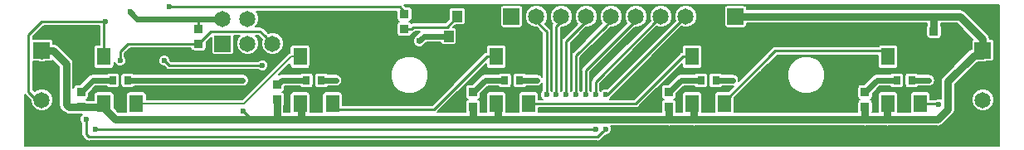
<source format=gtl>
G04 #@! TF.GenerationSoftware,KiCad,Pcbnew,5.0.0-rc2-unknown-81af2db~65~ubuntu18.04.1*
G04 #@! TF.CreationDate,2018-05-29T11:42:29+02:00*
G04 #@! TF.ProjectId,universal_lights,756E6976657273616C5F6C6967687473,rev?*
G04 #@! TF.SameCoordinates,Original*
G04 #@! TF.FileFunction,Copper,L1,Top,Signal*
G04 #@! TF.FilePolarity,Positive*
%FSLAX46Y46*%
G04 Gerber Fmt 4.6, Leading zero omitted, Abs format (unit mm)*
G04 Created by KiCad (PCBNEW 5.0.0-rc2-unknown-81af2db~65~ubuntu18.04.1) date Tue May 29 11:42:29 2018*
%MOMM*%
%LPD*%
G01*
G04 APERTURE LIST*
G04 #@! TA.AperFunction,SMDPad,CuDef*
%ADD10R,1.016000X1.143000*%
G04 #@! TD*
G04 #@! TA.AperFunction,SMDPad,CuDef*
%ADD11R,0.889000X0.889000*%
G04 #@! TD*
G04 #@! TA.AperFunction,SMDPad,CuDef*
%ADD12R,0.762000X0.889000*%
G04 #@! TD*
G04 #@! TA.AperFunction,ComponentPad*
%ADD13R,1.651000X1.651000*%
G04 #@! TD*
G04 #@! TA.AperFunction,ComponentPad*
%ADD14C,1.651000*%
G04 #@! TD*
G04 #@! TA.AperFunction,SMDPad,CuDef*
%ADD15R,1.400000X1.800000*%
G04 #@! TD*
G04 #@! TA.AperFunction,ViaPad*
%ADD16C,0.600000*%
G04 #@! TD*
G04 #@! TA.AperFunction,Conductor*
%ADD17C,0.600000*%
G04 #@! TD*
G04 #@! TA.AperFunction,Conductor*
%ADD18C,0.800000*%
G04 #@! TD*
G04 #@! TA.AperFunction,Conductor*
%ADD19C,0.250000*%
G04 #@! TD*
G04 #@! TA.AperFunction,Conductor*
%ADD20C,0.200000*%
G04 #@! TD*
G04 #@! TA.AperFunction,Conductor*
%ADD21C,0.150000*%
G04 #@! TD*
G04 APERTURE END LIST*
D10*
G04 #@! TO.P,Q1,1*
G04 #@! TO.N,Net-(Q1-Pad1)*
X94389000Y-136484000D03*
G04 #@! TO.P,Q1,2*
G04 #@! TO.N,GND*
X92611000Y-136484000D03*
G04 #@! TO.P,Q1,3*
G04 #@! TO.N,Net-(D1-Pad-)*
X93500000Y-138516000D03*
G04 #@! TD*
D11*
G04 #@! TO.P,R5,1*
G04 #@! TO.N,+5V*
X68000000Y-137738000D03*
G04 #@! TO.P,R5,2*
G04 #@! TO.N,/reset*
X68000000Y-139262000D03*
G04 #@! TD*
D12*
G04 #@! TO.P,D1,+*
G04 #@! TO.N,Net-(D1-Pad+)*
X59238000Y-143000000D03*
G04 #@! TO.P,D1,-*
G04 #@! TO.N,Net-(D1-Pad-)*
X60762000Y-143000000D03*
G04 #@! TD*
G04 #@! TO.P,D2,+*
G04 #@! TO.N,Net-(D2-Pad+)*
X79000000Y-143000000D03*
G04 #@! TO.P,D2,-*
G04 #@! TO.N,Net-(D1-Pad-)*
X80524000Y-143000000D03*
G04 #@! TD*
G04 #@! TO.P,D3,+*
G04 #@! TO.N,Net-(D3-Pad+)*
X99238000Y-143000000D03*
G04 #@! TO.P,D3,-*
G04 #@! TO.N,Net-(D1-Pad-)*
X100762000Y-143000000D03*
G04 #@! TD*
G04 #@! TO.P,D4,+*
G04 #@! TO.N,Net-(D4-Pad+)*
X119238000Y-143000000D03*
G04 #@! TO.P,D4,-*
G04 #@! TO.N,Net-(D1-Pad-)*
X120762000Y-143000000D03*
G04 #@! TD*
G04 #@! TO.P,D5,+*
G04 #@! TO.N,Net-(D5-Pad+)*
X139238000Y-143000000D03*
G04 #@! TO.P,D5,-*
G04 #@! TO.N,Net-(D1-Pad-)*
X140762000Y-143000000D03*
G04 #@! TD*
D13*
G04 #@! TO.P,J1,1*
G04 #@! TO.N,+5V*
X52000000Y-139960000D03*
D14*
G04 #@! TO.P,J1,2*
G04 #@! TO.N,GND*
X52000000Y-142500000D03*
G04 #@! TO.P,J1,3*
G04 #@! TO.N,/datos_led_in*
X52000000Y-145040000D03*
G04 #@! TD*
D13*
G04 #@! TO.P,J2,1*
G04 #@! TO.N,+5V*
X148000000Y-139960000D03*
D14*
G04 #@! TO.P,J2,2*
G04 #@! TO.N,GND*
X148000000Y-142500000D03*
G04 #@! TO.P,J2,3*
G04 #@! TO.N,/datos_led_out*
X148000000Y-145040000D03*
G04 #@! TD*
D13*
G04 #@! TO.P,J3,1*
G04 #@! TO.N,/miso*
X70460000Y-139270000D03*
D14*
G04 #@! TO.P,J3,2*
G04 #@! TO.N,/clk*
X73000000Y-139270000D03*
G04 #@! TO.P,J3,3*
G04 #@! TO.N,/reset*
X75540000Y-139270000D03*
G04 #@! TO.P,J3,4*
G04 #@! TO.N,GND*
X75540000Y-136730000D03*
G04 #@! TO.P,J3,5*
G04 #@! TO.N,/mosi*
X73000000Y-136730000D03*
G04 #@! TO.P,J3,6*
G04 #@! TO.N,+5V*
X70460000Y-136730000D03*
G04 #@! TD*
D11*
G04 #@! TO.P,R1,1*
G04 #@! TO.N,+5V*
X56000000Y-145762000D03*
G04 #@! TO.P,R1,2*
G04 #@! TO.N,Net-(D1-Pad+)*
X56000000Y-144238000D03*
G04 #@! TD*
G04 #@! TO.P,R2,1*
G04 #@! TO.N,+5V*
X76000000Y-145000000D03*
G04 #@! TO.P,R2,2*
G04 #@! TO.N,Net-(D2-Pad+)*
X76000000Y-143476000D03*
G04 #@! TD*
G04 #@! TO.P,R3,1*
G04 #@! TO.N,+5V*
X96000000Y-145762000D03*
G04 #@! TO.P,R3,2*
G04 #@! TO.N,Net-(D3-Pad+)*
X96000000Y-144238000D03*
G04 #@! TD*
G04 #@! TO.P,R4,1*
G04 #@! TO.N,+5V*
X116000000Y-145762000D03*
G04 #@! TO.P,R4,2*
G04 #@! TO.N,Net-(D4-Pad+)*
X116000000Y-144238000D03*
G04 #@! TD*
G04 #@! TO.P,R6,1*
G04 #@! TO.N,+5V*
X136000000Y-145762000D03*
G04 #@! TO.P,R6,2*
G04 #@! TO.N,Net-(D5-Pad+)*
X136000000Y-144238000D03*
G04 #@! TD*
G04 #@! TO.P,R9,1*
G04 #@! TO.N,/pwm1*
X89000000Y-136238000D03*
G04 #@! TO.P,R9,2*
G04 #@! TO.N,Net-(Q1-Pad1)*
X89000000Y-137762000D03*
G04 #@! TD*
D15*
G04 #@! TO.P,LED1,1*
G04 #@! TO.N,+5V*
X58350000Y-145400000D03*
G04 #@! TO.P,LED1,2*
G04 #@! TO.N,Net-(LED1-Pad2)*
X61650000Y-145400000D03*
G04 #@! TO.P,LED1,3*
G04 #@! TO.N,GND*
X61650000Y-140600000D03*
G04 #@! TO.P,LED1,4*
G04 #@! TO.N,/datos_led_in*
X58350000Y-140600000D03*
G04 #@! TD*
G04 #@! TO.P,LED2,1*
G04 #@! TO.N,+5V*
X78350000Y-145400000D03*
G04 #@! TO.P,LED2,2*
G04 #@! TO.N,Net-(LED2-Pad2)*
X81650000Y-145400000D03*
G04 #@! TO.P,LED2,3*
G04 #@! TO.N,GND*
X81650000Y-140600000D03*
G04 #@! TO.P,LED2,4*
G04 #@! TO.N,Net-(LED1-Pad2)*
X78350000Y-140600000D03*
G04 #@! TD*
G04 #@! TO.P,LED3,1*
G04 #@! TO.N,+5V*
X98350000Y-145400000D03*
G04 #@! TO.P,LED3,2*
G04 #@! TO.N,Net-(LED3-Pad2)*
X101650000Y-145400000D03*
G04 #@! TO.P,LED3,3*
G04 #@! TO.N,GND*
X101650000Y-140600000D03*
G04 #@! TO.P,LED3,4*
G04 #@! TO.N,Net-(LED2-Pad2)*
X98350000Y-140600000D03*
G04 #@! TD*
G04 #@! TO.P,LED4,1*
G04 #@! TO.N,+5V*
X118350000Y-145400000D03*
G04 #@! TO.P,LED4,2*
G04 #@! TO.N,Net-(LED4-Pad2)*
X121650000Y-145400000D03*
G04 #@! TO.P,LED4,3*
G04 #@! TO.N,GND*
X121650000Y-140600000D03*
G04 #@! TO.P,LED4,4*
G04 #@! TO.N,Net-(LED3-Pad2)*
X118350000Y-140600000D03*
G04 #@! TD*
G04 #@! TO.P,LED5,1*
G04 #@! TO.N,+5V*
X138350000Y-145400000D03*
G04 #@! TO.P,LED5,2*
G04 #@! TO.N,/datos_led_out*
X141650000Y-145400000D03*
G04 #@! TO.P,LED5,3*
G04 #@! TO.N,GND*
X141650000Y-140600000D03*
G04 #@! TO.P,LED5,4*
G04 #@! TO.N,Net-(LED4-Pad2)*
X138350000Y-140600000D03*
G04 #@! TD*
D13*
G04 #@! TO.P,J4,1*
G04 #@! TO.N,/pwm2*
X99920000Y-136500000D03*
D14*
G04 #@! TO.P,J4,2*
G04 #@! TO.N,/a0*
X102460000Y-136500000D03*
G04 #@! TO.P,J4,3*
G04 #@! TO.N,/a1*
X105000000Y-136500000D03*
G04 #@! TO.P,J4,4*
G04 #@! TO.N,/a2*
X107540000Y-136500000D03*
G04 #@! TO.P,J4,5*
G04 #@! TO.N,/sda*
X110080000Y-136500000D03*
G04 #@! TO.P,J4,6*
G04 #@! TO.N,/scl*
X112620000Y-136500000D03*
G04 #@! TO.P,J4,7*
G04 #@! TO.N,/int0*
X115160000Y-136500000D03*
G04 #@! TO.P,J4,8*
G04 #@! TO.N,/int1*
X117700000Y-136500000D03*
G04 #@! TD*
D13*
G04 #@! TO.P,J5,1*
G04 #@! TO.N,+5V*
X122770000Y-136500000D03*
D14*
G04 #@! TO.P,J5,2*
G04 #@! TO.N,GND*
X120230000Y-136500000D03*
G04 #@! TD*
D11*
G04 #@! TO.P,C1,1*
G04 #@! TO.N,+5V*
X143024000Y-138000000D03*
G04 #@! TO.P,C1,2*
G04 #@! TO.N,GND*
X141500000Y-138000000D03*
G04 #@! TD*
D16*
G04 #@! TO.N,Net-(D1-Pad-)*
X72500000Y-143000000D03*
X90500000Y-139000016D03*
X82000000Y-143000000D03*
X102500000Y-143000000D03*
X122500000Y-143000000D03*
X142500000Y-143000000D03*
G04 #@! TO.N,+5V*
X54500000Y-145500000D03*
X72576927Y-146184625D03*
X61000000Y-136000016D03*
G04 #@! TO.N,/datos_led_in*
X58500002Y-137000000D03*
G04 #@! TO.N,/datos_led_out*
X143499998Y-145500000D03*
G04 #@! TO.N,/reset*
X60000000Y-141000000D03*
G04 #@! TO.N,/pwm1*
X65000000Y-135500000D03*
G04 #@! TO.N,/pwm2*
X74500000Y-141500006D03*
X64500000Y-141000000D03*
G04 #@! TO.N,/a0*
X103500000Y-144500000D03*
G04 #@! TO.N,/a1*
X104500000Y-144500000D03*
G04 #@! TO.N,/a2*
X105500000Y-144500000D03*
G04 #@! TO.N,/sda*
X106500000Y-144500000D03*
G04 #@! TO.N,/scl*
X107500000Y-144500000D03*
G04 #@! TO.N,/int0*
X108500000Y-148000000D03*
X57500000Y-147999988D03*
X108500000Y-144500000D03*
G04 #@! TO.N,/int1*
X109500000Y-148000000D03*
X109500000Y-144500000D03*
X56500000Y-147000000D03*
G04 #@! TD*
D17*
G04 #@! TO.N,Net-(D1-Pad+)*
X56000000Y-144238000D02*
X57238000Y-143000000D01*
X57238000Y-143000000D02*
X59238000Y-143000000D01*
G04 #@! TO.N,Net-(D1-Pad-)*
X60762000Y-143000000D02*
X72500000Y-143000000D01*
X93500000Y-138516000D02*
X90984016Y-138516000D01*
X90799999Y-138700017D02*
X90500000Y-139000016D01*
X90984016Y-138516000D02*
X90799999Y-138700017D01*
X80524000Y-143000000D02*
X82000000Y-143000000D01*
X100762000Y-143000000D02*
X102500000Y-143000000D01*
X120762000Y-143000000D02*
X122500000Y-143000000D01*
X142500000Y-143000000D02*
X140762000Y-143000000D01*
G04 #@! TO.N,Net-(D2-Pad+)*
X76500000Y-143000000D02*
X79000000Y-143000000D01*
X76000000Y-143476000D02*
X76024000Y-143476000D01*
X76024000Y-143476000D02*
X76500000Y-143000000D01*
G04 #@! TO.N,Net-(D3-Pad+)*
X96000000Y-144238000D02*
X97238000Y-143000000D01*
X97238000Y-143000000D02*
X99238000Y-143000000D01*
G04 #@! TO.N,Net-(D4-Pad+)*
X116000000Y-144238000D02*
X117238000Y-143000000D01*
X117238000Y-143000000D02*
X119238000Y-143000000D01*
G04 #@! TO.N,Net-(D5-Pad+)*
X136000000Y-144238000D02*
X137238000Y-143000000D01*
X137238000Y-143000000D02*
X139238000Y-143000000D01*
D18*
G04 #@! TO.N,+5V*
X144500000Y-136500000D02*
X143279500Y-136500000D01*
X143279500Y-136500000D02*
X143024000Y-136755500D01*
X143024000Y-136755500D02*
X143024000Y-138000000D01*
X96000000Y-147000000D02*
X98500000Y-147000000D01*
X79000000Y-147000000D02*
X96000000Y-147000000D01*
X96000000Y-147000000D02*
X96000000Y-145762000D01*
X98500000Y-147000000D02*
X98500000Y-145550000D01*
X98500000Y-145550000D02*
X98350000Y-145400000D01*
X116000000Y-147000000D02*
X118500000Y-147000000D01*
X98500000Y-147000000D02*
X116000000Y-147000000D01*
X116000000Y-147000000D02*
X116000000Y-145762000D01*
X118500000Y-147000000D02*
X118500000Y-145550000D01*
X118500000Y-145550000D02*
X118350000Y-145400000D01*
X144500000Y-136500000D02*
X145665500Y-136500000D01*
X122770000Y-136500000D02*
X144500000Y-136500000D01*
X145665500Y-136500000D02*
X148000000Y-138834500D01*
X148000000Y-138834500D02*
X148000000Y-140460000D01*
X148000000Y-140460000D02*
X147133996Y-140460000D01*
X147133996Y-140460000D02*
X144449999Y-143143997D01*
X144449999Y-143143997D02*
X144449999Y-145956005D01*
X144449999Y-145956005D02*
X143406004Y-147000000D01*
X143406004Y-147000000D02*
X138250000Y-147000000D01*
X73500000Y-147000000D02*
X59500000Y-147000000D01*
X59500000Y-147000000D02*
X58350000Y-145850000D01*
X58350000Y-145850000D02*
X58350000Y-145400000D01*
X76000000Y-147000000D02*
X73500000Y-147000000D01*
D19*
X73392302Y-147000000D02*
X73500000Y-147000000D01*
X72576927Y-146184625D02*
X73392302Y-147000000D01*
D18*
X54500000Y-145506500D02*
X54500000Y-145500000D01*
X56000000Y-145762000D02*
X54755500Y-145762000D01*
X54500000Y-144797002D02*
X54500000Y-145500000D01*
X54755500Y-145762000D02*
X54500000Y-145506500D01*
X78500000Y-147000000D02*
X76000000Y-147000000D01*
X79000000Y-147000000D02*
X78500000Y-147000000D01*
X78500000Y-147000000D02*
X78500000Y-145550000D01*
X78500000Y-145550000D02*
X78350000Y-145400000D01*
X76000000Y-147000000D02*
X76000000Y-145000000D01*
X118500000Y-147000000D02*
X135993500Y-147000000D01*
X138250000Y-147000000D02*
X138250000Y-145500000D01*
X138250000Y-145500000D02*
X138350000Y-145400000D01*
X135993500Y-147000000D02*
X138250000Y-147000000D01*
X135993500Y-147000000D02*
X136000000Y-147006500D01*
X58350000Y-145400000D02*
X58350000Y-145471027D01*
X56000000Y-145762000D02*
X57988000Y-145762000D01*
X57988000Y-145762000D02*
X58350000Y-145400000D01*
D17*
X68500000Y-136730000D02*
X70460000Y-136730000D01*
D19*
X68000000Y-137738000D02*
X68000000Y-137043500D01*
X68000000Y-137043500D02*
X68313500Y-136730000D01*
X68313500Y-136730000D02*
X68500000Y-136730000D01*
D18*
X136000000Y-145762000D02*
X136000000Y-147006500D01*
D19*
X77950000Y-145000000D02*
X78350000Y-145400000D01*
X117988000Y-145762000D02*
X118350000Y-145400000D01*
X137988000Y-145762000D02*
X138350000Y-145400000D01*
D17*
X61299999Y-136300015D02*
X61000000Y-136000016D01*
X61729984Y-136730000D02*
X61299999Y-136300015D01*
X68500000Y-136730000D02*
X61729984Y-136730000D01*
D18*
X54500000Y-141334500D02*
X54500000Y-145075736D01*
X53165500Y-140000000D02*
X54500000Y-141334500D01*
X54500000Y-145075736D02*
X54500000Y-145500000D01*
X52000000Y-140460000D02*
X52000000Y-140000000D01*
X52000000Y-140000000D02*
X53165500Y-140000000D01*
D19*
G04 #@! TO.N,/datos_led_in*
X58350000Y-137150002D02*
X58500002Y-137000000D01*
X58350000Y-140600000D02*
X58350000Y-137150002D01*
X58075738Y-137000000D02*
X58500002Y-137000000D01*
X52000000Y-137000000D02*
X58075738Y-137000000D01*
X50633998Y-138366002D02*
X52000000Y-137000000D01*
X52000000Y-145540000D02*
X50633998Y-144173998D01*
X50633998Y-144173998D02*
X50633998Y-138366002D01*
G04 #@! TO.N,/datos_led_out*
X143399998Y-145400000D02*
X143499998Y-145500000D01*
X141650000Y-145400000D02*
X143399998Y-145400000D01*
X147860000Y-145400000D02*
X148000000Y-145540000D01*
G04 #@! TO.N,/reset*
X60000000Y-140075736D02*
X60000000Y-141000000D01*
X68000000Y-139262000D02*
X65500000Y-139262000D01*
X65500000Y-139262000D02*
X65263002Y-139262000D01*
X60000000Y-140075736D02*
X60813736Y-139262000D01*
X60813736Y-139262000D02*
X65500000Y-139262000D01*
X60750737Y-139324999D02*
X60000000Y-140075736D01*
X68000000Y-139262000D02*
X69262000Y-138000000D01*
X69262000Y-138000000D02*
X74270000Y-138000000D01*
X74714501Y-138444501D02*
X75540000Y-139270000D01*
X74270000Y-138000000D02*
X74714501Y-138444501D01*
D20*
G04 #@! TO.N,Net-(LED1-Pad2)*
X77450000Y-140600000D02*
X72650000Y-145400000D01*
X78350000Y-140600000D02*
X77450000Y-140600000D01*
X72650000Y-145400000D02*
X62550000Y-145400000D01*
X62550000Y-145400000D02*
X61650000Y-145400000D01*
D19*
X61650000Y-145400000D02*
X61650000Y-145200000D01*
G04 #@! TO.N,Net-(LED2-Pad2)*
X81650000Y-145400000D02*
X82250000Y-146000000D01*
X92000000Y-146000000D02*
X97400000Y-140600000D01*
X82250000Y-146000000D02*
X92000000Y-146000000D01*
X97400000Y-140600000D02*
X97500000Y-140600000D01*
X97500000Y-140600000D02*
X98350000Y-140600000D01*
G04 #@! TO.N,Net-(LED3-Pad2)*
X118350000Y-140600000D02*
X117400000Y-140600000D01*
X117400000Y-140600000D02*
X112600000Y-145400000D01*
X112600000Y-145400000D02*
X111424999Y-145400000D01*
X101650000Y-145400000D02*
X111424999Y-145400000D01*
G04 #@! TO.N,Net-(LED4-Pad2)*
X138350000Y-140600000D02*
X137750000Y-140000000D01*
X137750000Y-140000000D02*
X126850000Y-140000000D01*
X126850000Y-140000000D02*
X121650000Y-145200000D01*
X121650000Y-145200000D02*
X121650000Y-145400000D01*
G04 #@! TO.N,Net-(Q1-Pad1)*
X93367001Y-137569499D02*
X94389000Y-136547500D01*
X94389000Y-136547500D02*
X94389000Y-136484000D01*
X93367001Y-137569499D02*
X89887001Y-137569499D01*
X89887001Y-137569499D02*
X89694500Y-137762000D01*
X89694500Y-137762000D02*
X89000000Y-137762000D01*
X89254000Y-138016000D02*
X89000000Y-137762000D01*
G04 #@! TO.N,/pwm1*
X89000000Y-136238000D02*
X89000000Y-136000000D01*
X89000000Y-136000000D02*
X88529499Y-135529499D01*
X88529499Y-135529499D02*
X65029499Y-135529499D01*
X65029499Y-135529499D02*
X65000000Y-135500000D01*
G04 #@! TO.N,/pwm2*
X74500006Y-141500000D02*
X74500000Y-141500006D01*
X74575732Y-141500000D02*
X74500006Y-141500000D01*
X65000000Y-141500000D02*
X74575732Y-141500000D01*
X64500000Y-141000000D02*
X65000000Y-141500000D01*
X70954608Y-141500000D02*
X74575732Y-141500000D01*
G04 #@! TO.N,/a0*
X102460000Y-136500000D02*
X102460000Y-137000000D01*
X102460000Y-137000000D02*
X103500000Y-138040000D01*
X103500000Y-138040000D02*
X103500000Y-144500000D01*
G04 #@! TO.N,/a1*
X105000000Y-136500000D02*
X105000000Y-137000000D01*
X105000000Y-137000000D02*
X104500000Y-137500000D01*
X104500000Y-144500000D02*
X104500000Y-137500000D01*
G04 #@! TO.N,/a2*
X107540000Y-136500000D02*
X107540000Y-137000000D01*
X107540000Y-137000000D02*
X105500000Y-139040000D01*
X105500000Y-139040000D02*
X105500000Y-144500000D01*
G04 #@! TO.N,/sda*
X106500000Y-140500000D02*
X109500000Y-137500000D01*
X109500000Y-137500000D02*
X110000000Y-137000000D01*
X110080000Y-136500000D02*
X110080000Y-136920000D01*
X110080000Y-136920000D02*
X109500000Y-137500000D01*
X106500000Y-144500000D02*
X106500000Y-140500000D01*
X110000000Y-137000000D02*
X110080000Y-137000000D01*
G04 #@! TO.N,/scl*
X107500000Y-142000000D02*
X112000000Y-137500000D01*
X112000000Y-137500000D02*
X112500000Y-137000000D01*
X112620000Y-136500000D02*
X112620000Y-136880000D01*
X112620000Y-136880000D02*
X112000000Y-137500000D01*
X107500000Y-144500000D02*
X107500000Y-142000000D01*
X112500000Y-137000000D02*
X112620000Y-137000000D01*
G04 #@! TO.N,/int0*
X108500000Y-144500000D02*
X108500000Y-143160000D01*
X108500000Y-143160000D02*
X115160000Y-136500000D01*
X57500000Y-147999988D02*
X108499988Y-147999988D01*
X108499988Y-147999988D02*
X108500000Y-148000000D01*
X115160000Y-137000000D02*
X115000000Y-137000000D01*
G04 #@! TO.N,/int1*
X117700000Y-136500000D02*
X109700000Y-144500000D01*
X109700000Y-144500000D02*
X109500000Y-144500000D01*
X109200001Y-148299999D02*
X109500000Y-148000000D01*
X108700001Y-148799999D02*
X109200001Y-148299999D01*
X56799999Y-148799999D02*
X108700001Y-148799999D01*
X56500000Y-148500000D02*
X56799999Y-148799999D01*
X56500000Y-147000000D02*
X56500000Y-148500000D01*
X117500000Y-137000000D02*
X117700000Y-137000000D01*
G04 #@! TD*
D21*
G04 #@! TO.N,GND*
G36*
X149700000Y-149700000D02*
X50300000Y-149700000D01*
X50300000Y-144484113D01*
X50309566Y-144498430D01*
X50347143Y-144523538D01*
X50849500Y-145025896D01*
X50849500Y-145268849D01*
X51024653Y-145691706D01*
X51348294Y-146015347D01*
X51771151Y-146190500D01*
X52228849Y-146190500D01*
X52651706Y-146015347D01*
X52975347Y-145691706D01*
X53150500Y-145268849D01*
X53150500Y-144811151D01*
X52975347Y-144388294D01*
X52651706Y-144064653D01*
X52228849Y-143889500D01*
X51771151Y-143889500D01*
X51348294Y-144064653D01*
X51254671Y-144158276D01*
X51083998Y-143987603D01*
X51083998Y-141098865D01*
X51174500Y-141116867D01*
X51678106Y-141116867D01*
X51717119Y-141142935D01*
X52000000Y-141199203D01*
X52282880Y-141142935D01*
X52321893Y-141116867D01*
X52825500Y-141116867D01*
X52952309Y-141091643D01*
X53059812Y-141019812D01*
X53099945Y-140959749D01*
X53775000Y-141634805D01*
X53775001Y-144725595D01*
X53775000Y-144725599D01*
X53775000Y-145435100D01*
X53760798Y-145506500D01*
X53775000Y-145577900D01*
X53775000Y-145577903D01*
X53802386Y-145715581D01*
X53817065Y-145789380D01*
X53933671Y-145963891D01*
X53977305Y-146029194D01*
X54037837Y-146069641D01*
X54192356Y-146224159D01*
X54232805Y-146284695D01*
X54472619Y-146444935D01*
X54684096Y-146487000D01*
X54684100Y-146487000D01*
X54755500Y-146501202D01*
X54826900Y-146487000D01*
X55390313Y-146487000D01*
X55428691Y-146512643D01*
X55555500Y-146537867D01*
X56078250Y-146537867D01*
X55970151Y-146645966D01*
X55875000Y-146875680D01*
X55875000Y-147124320D01*
X55970151Y-147354034D01*
X56050000Y-147433883D01*
X56050001Y-148455675D01*
X56041184Y-148500000D01*
X56066049Y-148625000D01*
X56076110Y-148675581D01*
X56175569Y-148824432D01*
X56213143Y-148849538D01*
X56450460Y-149086856D01*
X56475567Y-149124431D01*
X56624418Y-149223890D01*
X56755678Y-149249999D01*
X56755679Y-149249999D01*
X56799999Y-149258815D01*
X56844319Y-149249999D01*
X108655681Y-149249999D01*
X108700001Y-149258815D01*
X108744321Y-149249999D01*
X108744322Y-149249999D01*
X108875582Y-149223890D01*
X109024433Y-149124431D01*
X109049541Y-149086854D01*
X109511396Y-148625000D01*
X109624320Y-148625000D01*
X109854034Y-148529849D01*
X110029849Y-148354034D01*
X110125000Y-148124320D01*
X110125000Y-147875680D01*
X110062586Y-147725000D01*
X115928596Y-147725000D01*
X116000000Y-147739203D01*
X116071404Y-147725000D01*
X118428596Y-147725000D01*
X118500000Y-147739203D01*
X118571404Y-147725000D01*
X135895918Y-147725000D01*
X136000000Y-147745703D01*
X136104082Y-147725000D01*
X138178596Y-147725000D01*
X138250000Y-147739203D01*
X138321404Y-147725000D01*
X143334604Y-147725000D01*
X143406004Y-147739202D01*
X143477404Y-147725000D01*
X143477408Y-147725000D01*
X143688885Y-147682935D01*
X143928699Y-147522695D01*
X143969146Y-147462162D01*
X144912163Y-146519146D01*
X144972694Y-146478700D01*
X145075774Y-146324432D01*
X145132934Y-146238886D01*
X145149826Y-146153962D01*
X145174999Y-146027409D01*
X145174999Y-146027405D01*
X145189201Y-145956005D01*
X145174999Y-145884605D01*
X145174999Y-144811151D01*
X146849500Y-144811151D01*
X146849500Y-145268849D01*
X147024653Y-145691706D01*
X147348294Y-146015347D01*
X147771151Y-146190500D01*
X148228849Y-146190500D01*
X148651706Y-146015347D01*
X148975347Y-145691706D01*
X149150500Y-145268849D01*
X149150500Y-144811151D01*
X148975347Y-144388294D01*
X148651706Y-144064653D01*
X148228849Y-143889500D01*
X147771151Y-143889500D01*
X147348294Y-144064653D01*
X147024653Y-144388294D01*
X146849500Y-144811151D01*
X145174999Y-144811151D01*
X145174999Y-143444301D01*
X147434301Y-141185000D01*
X147928596Y-141185000D01*
X148000000Y-141199203D01*
X148282881Y-141142935D01*
X148321894Y-141116867D01*
X148825500Y-141116867D01*
X148952309Y-141091643D01*
X149059812Y-141019812D01*
X149131643Y-140912309D01*
X149156867Y-140785500D01*
X149156867Y-139134500D01*
X149131643Y-139007691D01*
X149059812Y-138900188D01*
X148952309Y-138828357D01*
X148825500Y-138803133D01*
X148732963Y-138803133D01*
X148725000Y-138763100D01*
X148725000Y-138763096D01*
X148682935Y-138551619D01*
X148663608Y-138522695D01*
X148563142Y-138372338D01*
X148563140Y-138372336D01*
X148522694Y-138311805D01*
X148462163Y-138271359D01*
X146228643Y-136037839D01*
X146188195Y-135977305D01*
X145948381Y-135817065D01*
X145736904Y-135775000D01*
X145736900Y-135775000D01*
X145665500Y-135760798D01*
X145594100Y-135775000D01*
X143350900Y-135775000D01*
X143279500Y-135760798D01*
X143208100Y-135775000D01*
X123926867Y-135775000D01*
X123926867Y-135674500D01*
X123901643Y-135547691D01*
X123829812Y-135440188D01*
X123722309Y-135368357D01*
X123595500Y-135343133D01*
X121944500Y-135343133D01*
X121817691Y-135368357D01*
X121710188Y-135440188D01*
X121638357Y-135547691D01*
X121613133Y-135674500D01*
X121613133Y-137325500D01*
X121638357Y-137452309D01*
X121710188Y-137559812D01*
X121817691Y-137631643D01*
X121944500Y-137656867D01*
X123595500Y-137656867D01*
X123722309Y-137631643D01*
X123829812Y-137559812D01*
X123901643Y-137452309D01*
X123926867Y-137325500D01*
X123926867Y-137225000D01*
X142299000Y-137225000D01*
X142299001Y-137390313D01*
X142273357Y-137428691D01*
X142248133Y-137555500D01*
X142248133Y-138444500D01*
X142273357Y-138571309D01*
X142345188Y-138678812D01*
X142452691Y-138750643D01*
X142579500Y-138775867D01*
X143468500Y-138775867D01*
X143595309Y-138750643D01*
X143702812Y-138678812D01*
X143774643Y-138571309D01*
X143799867Y-138444500D01*
X143799867Y-137555500D01*
X143774643Y-137428691D01*
X143749000Y-137390313D01*
X143749000Y-137225000D01*
X145365196Y-137225000D01*
X147000251Y-138860055D01*
X146940188Y-138900188D01*
X146868357Y-139007691D01*
X146843133Y-139134500D01*
X146843133Y-139782398D01*
X146671833Y-139896858D01*
X146671832Y-139896859D01*
X146611301Y-139937305D01*
X146570855Y-139997836D01*
X143987835Y-142580857D01*
X143927304Y-142621303D01*
X143886858Y-142681834D01*
X143886857Y-142681835D01*
X143850592Y-142736109D01*
X143767064Y-142861117D01*
X143724999Y-143072594D01*
X143724999Y-143072597D01*
X143710797Y-143143997D01*
X143724999Y-143215397D01*
X143725000Y-144916704D01*
X143624318Y-144875000D01*
X143375678Y-144875000D01*
X143194613Y-144950000D01*
X142681367Y-144950000D01*
X142681367Y-144500000D01*
X142656143Y-144373191D01*
X142584312Y-144265688D01*
X142476809Y-144193857D01*
X142350000Y-144168633D01*
X140950000Y-144168633D01*
X140823191Y-144193857D01*
X140715688Y-144265688D01*
X140643857Y-144373191D01*
X140618633Y-144500000D01*
X140618633Y-146275000D01*
X139381367Y-146275000D01*
X139381367Y-144500000D01*
X139356143Y-144373191D01*
X139284312Y-144265688D01*
X139176809Y-144193857D01*
X139050000Y-144168633D01*
X137650000Y-144168633D01*
X137523191Y-144193857D01*
X137415688Y-144265688D01*
X137343857Y-144373191D01*
X137318633Y-144500000D01*
X137318633Y-146275000D01*
X136762241Y-146275000D01*
X136775867Y-146206500D01*
X136775867Y-145317500D01*
X136750643Y-145190691D01*
X136678812Y-145083188D01*
X136571309Y-145011357D01*
X136514214Y-145000000D01*
X136571309Y-144988643D01*
X136678812Y-144916812D01*
X136750643Y-144809309D01*
X136775867Y-144682500D01*
X136775867Y-144346016D01*
X137496884Y-143625000D01*
X138586732Y-143625000D01*
X138622688Y-143678812D01*
X138730191Y-143750643D01*
X138857000Y-143775867D01*
X139619000Y-143775867D01*
X139745809Y-143750643D01*
X139853312Y-143678812D01*
X139925143Y-143571309D01*
X139950367Y-143444500D01*
X139950367Y-142555500D01*
X140049633Y-142555500D01*
X140049633Y-143444500D01*
X140074857Y-143571309D01*
X140146688Y-143678812D01*
X140254191Y-143750643D01*
X140381000Y-143775867D01*
X141143000Y-143775867D01*
X141269809Y-143750643D01*
X141377312Y-143678812D01*
X141413268Y-143625000D01*
X142624320Y-143625000D01*
X142682306Y-143600981D01*
X142743863Y-143588737D01*
X142796050Y-143553867D01*
X142854034Y-143529849D01*
X142898412Y-143485471D01*
X142950600Y-143450600D01*
X142985471Y-143398412D01*
X143029849Y-143354034D01*
X143053867Y-143296050D01*
X143088737Y-143243863D01*
X143100981Y-143182306D01*
X143125000Y-143124320D01*
X143125000Y-143061555D01*
X143137244Y-143000000D01*
X143125000Y-142938445D01*
X143125000Y-142875680D01*
X143100981Y-142817694D01*
X143088737Y-142756137D01*
X143053867Y-142703950D01*
X143029849Y-142645966D01*
X142985471Y-142601588D01*
X142950600Y-142549400D01*
X142898412Y-142514529D01*
X142854034Y-142470151D01*
X142796050Y-142446133D01*
X142743863Y-142411263D01*
X142682306Y-142399019D01*
X142624320Y-142375000D01*
X141413268Y-142375000D01*
X141377312Y-142321188D01*
X141269809Y-142249357D01*
X141143000Y-142224133D01*
X140381000Y-142224133D01*
X140254191Y-142249357D01*
X140146688Y-142321188D01*
X140074857Y-142428691D01*
X140049633Y-142555500D01*
X139950367Y-142555500D01*
X139925143Y-142428691D01*
X139853312Y-142321188D01*
X139745809Y-142249357D01*
X139619000Y-142224133D01*
X138857000Y-142224133D01*
X138730191Y-142249357D01*
X138622688Y-142321188D01*
X138586732Y-142375000D01*
X137299553Y-142375000D01*
X137237999Y-142362756D01*
X137176445Y-142375000D01*
X136994137Y-142411263D01*
X136787400Y-142549400D01*
X136752531Y-142601585D01*
X135891984Y-143462133D01*
X135555500Y-143462133D01*
X135428691Y-143487357D01*
X135321188Y-143559188D01*
X135249357Y-143666691D01*
X135224133Y-143793500D01*
X135224133Y-144682500D01*
X135249357Y-144809309D01*
X135321188Y-144916812D01*
X135428691Y-144988643D01*
X135485786Y-145000000D01*
X135428691Y-145011357D01*
X135321188Y-145083188D01*
X135249357Y-145190691D01*
X135224133Y-145317500D01*
X135224133Y-146206500D01*
X135237759Y-146275000D01*
X122681367Y-146275000D01*
X122681367Y-144805028D01*
X125369302Y-142117094D01*
X128075000Y-142117094D01*
X128075000Y-142882906D01*
X128368064Y-143590425D01*
X128909575Y-144131936D01*
X129617094Y-144425000D01*
X130382906Y-144425000D01*
X131090425Y-144131936D01*
X131631936Y-143590425D01*
X131925000Y-142882906D01*
X131925000Y-142117094D01*
X131631936Y-141409575D01*
X131090425Y-140868064D01*
X130382906Y-140575000D01*
X129617094Y-140575000D01*
X128909575Y-140868064D01*
X128368064Y-141409575D01*
X128075000Y-142117094D01*
X125369302Y-142117094D01*
X127036397Y-140450000D01*
X137318633Y-140450000D01*
X137318633Y-141500000D01*
X137343857Y-141626809D01*
X137415688Y-141734312D01*
X137523191Y-141806143D01*
X137650000Y-141831367D01*
X139050000Y-141831367D01*
X139176809Y-141806143D01*
X139284312Y-141734312D01*
X139356143Y-141626809D01*
X139381367Y-141500000D01*
X139381367Y-139700000D01*
X139356143Y-139573191D01*
X139284312Y-139465688D01*
X139176809Y-139393857D01*
X139050000Y-139368633D01*
X137650000Y-139368633D01*
X137523191Y-139393857D01*
X137415688Y-139465688D01*
X137359353Y-139550000D01*
X126894322Y-139550000D01*
X126850000Y-139541184D01*
X126674418Y-139576109D01*
X126563141Y-139650462D01*
X126563140Y-139650463D01*
X126525568Y-139675568D01*
X126500464Y-139713139D01*
X123125000Y-143088604D01*
X123125000Y-143061555D01*
X123137244Y-143000000D01*
X123125000Y-142938445D01*
X123125000Y-142875680D01*
X123100981Y-142817694D01*
X123088737Y-142756137D01*
X123053867Y-142703950D01*
X123029849Y-142645966D01*
X122985471Y-142601588D01*
X122950600Y-142549400D01*
X122898412Y-142514529D01*
X122854034Y-142470151D01*
X122796050Y-142446133D01*
X122743863Y-142411263D01*
X122682306Y-142399019D01*
X122624320Y-142375000D01*
X121413268Y-142375000D01*
X121377312Y-142321188D01*
X121269809Y-142249357D01*
X121143000Y-142224133D01*
X120381000Y-142224133D01*
X120254191Y-142249357D01*
X120146688Y-142321188D01*
X120074857Y-142428691D01*
X120049633Y-142555500D01*
X120049633Y-143444500D01*
X120074857Y-143571309D01*
X120146688Y-143678812D01*
X120254191Y-143750643D01*
X120381000Y-143775867D01*
X121143000Y-143775867D01*
X121269809Y-143750643D01*
X121377312Y-143678812D01*
X121413268Y-143625000D01*
X122588605Y-143625000D01*
X122044972Y-144168633D01*
X120950000Y-144168633D01*
X120823191Y-144193857D01*
X120715688Y-144265688D01*
X120643857Y-144373191D01*
X120618633Y-144500000D01*
X120618633Y-146275000D01*
X119381367Y-146275000D01*
X119381367Y-144500000D01*
X119356143Y-144373191D01*
X119284312Y-144265688D01*
X119176809Y-144193857D01*
X119050000Y-144168633D01*
X117650000Y-144168633D01*
X117523191Y-144193857D01*
X117415688Y-144265688D01*
X117343857Y-144373191D01*
X117318633Y-144500000D01*
X117318633Y-146275000D01*
X116762241Y-146275000D01*
X116775867Y-146206500D01*
X116775867Y-145317500D01*
X116750643Y-145190691D01*
X116678812Y-145083188D01*
X116571309Y-145011357D01*
X116514214Y-145000000D01*
X116571309Y-144988643D01*
X116678812Y-144916812D01*
X116750643Y-144809309D01*
X116775867Y-144682500D01*
X116775867Y-144346016D01*
X117496884Y-143625000D01*
X118586732Y-143625000D01*
X118622688Y-143678812D01*
X118730191Y-143750643D01*
X118857000Y-143775867D01*
X119619000Y-143775867D01*
X119745809Y-143750643D01*
X119853312Y-143678812D01*
X119925143Y-143571309D01*
X119950367Y-143444500D01*
X119950367Y-142555500D01*
X119925143Y-142428691D01*
X119853312Y-142321188D01*
X119745809Y-142249357D01*
X119619000Y-142224133D01*
X118857000Y-142224133D01*
X118730191Y-142249357D01*
X118622688Y-142321188D01*
X118586732Y-142375000D01*
X117299553Y-142375000D01*
X117237999Y-142362756D01*
X117176445Y-142375000D01*
X116994137Y-142411263D01*
X116787400Y-142549400D01*
X116752531Y-142601585D01*
X115891984Y-143462133D01*
X115555500Y-143462133D01*
X115428691Y-143487357D01*
X115321188Y-143559188D01*
X115249357Y-143666691D01*
X115224133Y-143793500D01*
X115224133Y-144682500D01*
X115249357Y-144809309D01*
X115321188Y-144916812D01*
X115428691Y-144988643D01*
X115485786Y-145000000D01*
X115428691Y-145011357D01*
X115321188Y-145083188D01*
X115249357Y-145190691D01*
X115224133Y-145317500D01*
X115224133Y-146206500D01*
X115237759Y-146275000D01*
X102681367Y-146275000D01*
X102681367Y-145850000D01*
X112555680Y-145850000D01*
X112600000Y-145858816D01*
X112644320Y-145850000D01*
X112644321Y-145850000D01*
X112775581Y-145823891D01*
X112924432Y-145724432D01*
X112949540Y-145686855D01*
X117318633Y-141317763D01*
X117318633Y-141500000D01*
X117343857Y-141626809D01*
X117415688Y-141734312D01*
X117523191Y-141806143D01*
X117650000Y-141831367D01*
X119050000Y-141831367D01*
X119176809Y-141806143D01*
X119284312Y-141734312D01*
X119356143Y-141626809D01*
X119381367Y-141500000D01*
X119381367Y-139700000D01*
X119356143Y-139573191D01*
X119284312Y-139465688D01*
X119176809Y-139393857D01*
X119050000Y-139368633D01*
X117650000Y-139368633D01*
X117523191Y-139393857D01*
X117415688Y-139465688D01*
X117343857Y-139573191D01*
X117318633Y-139700000D01*
X117318633Y-140157369D01*
X117224419Y-140176109D01*
X117075568Y-140275568D01*
X117050463Y-140313141D01*
X112413605Y-144950000D01*
X109933883Y-144950000D01*
X110029849Y-144854034D01*
X110063428Y-144772967D01*
X117269445Y-137566951D01*
X117471151Y-137650500D01*
X117928849Y-137650500D01*
X118351706Y-137475347D01*
X118675347Y-137151706D01*
X118850500Y-136728849D01*
X118850500Y-136271151D01*
X118675347Y-135848294D01*
X118351706Y-135524653D01*
X117928849Y-135349500D01*
X117471151Y-135349500D01*
X117048294Y-135524653D01*
X116724653Y-135848294D01*
X116549500Y-136271151D01*
X116549500Y-136728849D01*
X116633049Y-136930555D01*
X109669776Y-143893829D01*
X109624320Y-143875000D01*
X109375680Y-143875000D01*
X109145966Y-143970151D01*
X109000000Y-144116117D01*
X108950000Y-144066117D01*
X108950000Y-143346395D01*
X114729445Y-137566951D01*
X114931151Y-137650500D01*
X115388849Y-137650500D01*
X115811706Y-137475347D01*
X116135347Y-137151706D01*
X116310500Y-136728849D01*
X116310500Y-136271151D01*
X116135347Y-135848294D01*
X115811706Y-135524653D01*
X115388849Y-135349500D01*
X114931151Y-135349500D01*
X114508294Y-135524653D01*
X114184653Y-135848294D01*
X114009500Y-136271151D01*
X114009500Y-136728849D01*
X114093049Y-136930555D01*
X108213143Y-142810462D01*
X108175569Y-142835568D01*
X108150463Y-142873142D01*
X108076110Y-142984419D01*
X108041184Y-143160000D01*
X108050001Y-143204325D01*
X108050000Y-144066117D01*
X108000000Y-144116117D01*
X107950000Y-144066117D01*
X107950000Y-142186395D01*
X112349537Y-137786859D01*
X112349539Y-137786856D01*
X112485895Y-137650500D01*
X112848849Y-137650500D01*
X113271706Y-137475347D01*
X113595347Y-137151706D01*
X113770500Y-136728849D01*
X113770500Y-136271151D01*
X113595347Y-135848294D01*
X113271706Y-135524653D01*
X112848849Y-135349500D01*
X112391151Y-135349500D01*
X111968294Y-135524653D01*
X111644653Y-135848294D01*
X111469500Y-136271151D01*
X111469500Y-136728849D01*
X111644653Y-137151706D01*
X111678276Y-137185329D01*
X107213143Y-141650462D01*
X107175569Y-141675568D01*
X107150463Y-141713142D01*
X107076110Y-141824419D01*
X107041184Y-142000000D01*
X107050001Y-142044325D01*
X107050000Y-144066117D01*
X107000000Y-144116117D01*
X106950000Y-144066117D01*
X106950000Y-140686395D01*
X109849537Y-137786859D01*
X109849539Y-137786856D01*
X109985895Y-137650500D01*
X110308849Y-137650500D01*
X110731706Y-137475347D01*
X111055347Y-137151706D01*
X111230500Y-136728849D01*
X111230500Y-136271151D01*
X111055347Y-135848294D01*
X110731706Y-135524653D01*
X110308849Y-135349500D01*
X109851151Y-135349500D01*
X109428294Y-135524653D01*
X109104653Y-135848294D01*
X108929500Y-136271151D01*
X108929500Y-136728849D01*
X109104653Y-137151706D01*
X109158276Y-137205329D01*
X106213143Y-140150462D01*
X106175569Y-140175568D01*
X106103865Y-140282881D01*
X106076110Y-140324419D01*
X106041184Y-140500000D01*
X106050001Y-140544325D01*
X106050000Y-144066117D01*
X106000000Y-144116117D01*
X105950000Y-144066117D01*
X105950000Y-139226395D01*
X107525896Y-137650500D01*
X107768849Y-137650500D01*
X108191706Y-137475347D01*
X108515347Y-137151706D01*
X108690500Y-136728849D01*
X108690500Y-136271151D01*
X108515347Y-135848294D01*
X108191706Y-135524653D01*
X107768849Y-135349500D01*
X107311151Y-135349500D01*
X106888294Y-135524653D01*
X106564653Y-135848294D01*
X106389500Y-136271151D01*
X106389500Y-136728849D01*
X106564653Y-137151706D01*
X106658276Y-137245329D01*
X105213145Y-138690460D01*
X105175568Y-138715568D01*
X105076109Y-138864420D01*
X105061559Y-138937568D01*
X105041184Y-139040000D01*
X105050000Y-139084320D01*
X105050001Y-144066116D01*
X105000000Y-144116117D01*
X104950000Y-144066117D01*
X104950000Y-137686395D01*
X104985895Y-137650500D01*
X105228849Y-137650500D01*
X105651706Y-137475347D01*
X105975347Y-137151706D01*
X106150500Y-136728849D01*
X106150500Y-136271151D01*
X105975347Y-135848294D01*
X105651706Y-135524653D01*
X105228849Y-135349500D01*
X104771151Y-135349500D01*
X104348294Y-135524653D01*
X104024653Y-135848294D01*
X103849500Y-136271151D01*
X103849500Y-136728849D01*
X104024653Y-137151706D01*
X104124678Y-137251731D01*
X104076110Y-137324419D01*
X104041184Y-137500000D01*
X104050001Y-137544325D01*
X104050000Y-144066117D01*
X104000000Y-144116117D01*
X103950000Y-144066117D01*
X103950000Y-138084319D01*
X103958816Y-138039999D01*
X103948012Y-137985685D01*
X103923891Y-137864419D01*
X103824432Y-137715568D01*
X103786858Y-137690462D01*
X103341724Y-137245329D01*
X103435347Y-137151706D01*
X103610500Y-136728849D01*
X103610500Y-136271151D01*
X103435347Y-135848294D01*
X103111706Y-135524653D01*
X102688849Y-135349500D01*
X102231151Y-135349500D01*
X101808294Y-135524653D01*
X101484653Y-135848294D01*
X101309500Y-136271151D01*
X101309500Y-136728849D01*
X101484653Y-137151706D01*
X101808294Y-137475347D01*
X102231151Y-137650500D01*
X102474105Y-137650500D01*
X103050000Y-138226396D01*
X103050001Y-142694616D01*
X103029849Y-142645966D01*
X102985471Y-142601588D01*
X102950600Y-142549400D01*
X102898412Y-142514529D01*
X102854034Y-142470151D01*
X102796050Y-142446133D01*
X102743863Y-142411263D01*
X102682306Y-142399019D01*
X102624320Y-142375000D01*
X101413268Y-142375000D01*
X101377312Y-142321188D01*
X101269809Y-142249357D01*
X101143000Y-142224133D01*
X100381000Y-142224133D01*
X100254191Y-142249357D01*
X100146688Y-142321188D01*
X100074857Y-142428691D01*
X100049633Y-142555500D01*
X100049633Y-143444500D01*
X100074857Y-143571309D01*
X100146688Y-143678812D01*
X100254191Y-143750643D01*
X100381000Y-143775867D01*
X101143000Y-143775867D01*
X101269809Y-143750643D01*
X101377312Y-143678812D01*
X101413268Y-143625000D01*
X102624320Y-143625000D01*
X102682306Y-143600981D01*
X102743863Y-143588737D01*
X102796050Y-143553867D01*
X102854034Y-143529849D01*
X102898412Y-143485471D01*
X102950600Y-143450600D01*
X102985471Y-143398412D01*
X103029849Y-143354034D01*
X103050001Y-143305383D01*
X103050001Y-144066116D01*
X102970151Y-144145966D01*
X102875000Y-144375680D01*
X102875000Y-144624320D01*
X102970151Y-144854034D01*
X103066117Y-144950000D01*
X102681367Y-144950000D01*
X102681367Y-144500000D01*
X102656143Y-144373191D01*
X102584312Y-144265688D01*
X102476809Y-144193857D01*
X102350000Y-144168633D01*
X100950000Y-144168633D01*
X100823191Y-144193857D01*
X100715688Y-144265688D01*
X100643857Y-144373191D01*
X100618633Y-144500000D01*
X100618633Y-146275000D01*
X99381367Y-146275000D01*
X99381367Y-144500000D01*
X99356143Y-144373191D01*
X99284312Y-144265688D01*
X99176809Y-144193857D01*
X99050000Y-144168633D01*
X97650000Y-144168633D01*
X97523191Y-144193857D01*
X97415688Y-144265688D01*
X97343857Y-144373191D01*
X97318633Y-144500000D01*
X97318633Y-146275000D01*
X96762241Y-146275000D01*
X96775867Y-146206500D01*
X96775867Y-145317500D01*
X96750643Y-145190691D01*
X96678812Y-145083188D01*
X96571309Y-145011357D01*
X96514214Y-145000000D01*
X96571309Y-144988643D01*
X96678812Y-144916812D01*
X96750643Y-144809309D01*
X96775867Y-144682500D01*
X96775867Y-144346016D01*
X97496884Y-143625000D01*
X98586732Y-143625000D01*
X98622688Y-143678812D01*
X98730191Y-143750643D01*
X98857000Y-143775867D01*
X99619000Y-143775867D01*
X99745809Y-143750643D01*
X99853312Y-143678812D01*
X99925143Y-143571309D01*
X99950367Y-143444500D01*
X99950367Y-142555500D01*
X99925143Y-142428691D01*
X99853312Y-142321188D01*
X99745809Y-142249357D01*
X99619000Y-142224133D01*
X98857000Y-142224133D01*
X98730191Y-142249357D01*
X98622688Y-142321188D01*
X98586732Y-142375000D01*
X97299553Y-142375000D01*
X97237999Y-142362756D01*
X97176445Y-142375000D01*
X96994137Y-142411263D01*
X96787400Y-142549400D01*
X96752531Y-142601585D01*
X95891984Y-143462133D01*
X95555500Y-143462133D01*
X95428691Y-143487357D01*
X95321188Y-143559188D01*
X95249357Y-143666691D01*
X95224133Y-143793500D01*
X95224133Y-144682500D01*
X95249357Y-144809309D01*
X95321188Y-144916812D01*
X95428691Y-144988643D01*
X95485786Y-145000000D01*
X95428691Y-145011357D01*
X95321188Y-145083188D01*
X95249357Y-145190691D01*
X95224133Y-145317500D01*
X95224133Y-146206500D01*
X95237759Y-146275000D01*
X92361395Y-146275000D01*
X97318633Y-141317763D01*
X97318633Y-141500000D01*
X97343857Y-141626809D01*
X97415688Y-141734312D01*
X97523191Y-141806143D01*
X97650000Y-141831367D01*
X99050000Y-141831367D01*
X99176809Y-141806143D01*
X99284312Y-141734312D01*
X99356143Y-141626809D01*
X99381367Y-141500000D01*
X99381367Y-139700000D01*
X99356143Y-139573191D01*
X99284312Y-139465688D01*
X99176809Y-139393857D01*
X99050000Y-139368633D01*
X97650000Y-139368633D01*
X97523191Y-139393857D01*
X97415688Y-139465688D01*
X97343857Y-139573191D01*
X97318633Y-139700000D01*
X97318633Y-140157369D01*
X97224419Y-140176109D01*
X97075568Y-140275568D01*
X97050463Y-140313141D01*
X91813605Y-145550000D01*
X82681367Y-145550000D01*
X82681367Y-144500000D01*
X82656143Y-144373191D01*
X82584312Y-144265688D01*
X82476809Y-144193857D01*
X82350000Y-144168633D01*
X80950000Y-144168633D01*
X80823191Y-144193857D01*
X80715688Y-144265688D01*
X80643857Y-144373191D01*
X80618633Y-144500000D01*
X80618633Y-146275000D01*
X79381367Y-146275000D01*
X79381367Y-144500000D01*
X79356143Y-144373191D01*
X79284312Y-144265688D01*
X79176809Y-144193857D01*
X79050000Y-144168633D01*
X77650000Y-144168633D01*
X77523191Y-144193857D01*
X77415688Y-144265688D01*
X77343857Y-144373191D01*
X77318633Y-144500000D01*
X77318633Y-146275000D01*
X76725000Y-146275000D01*
X76725000Y-145609687D01*
X76750643Y-145571309D01*
X76775867Y-145444500D01*
X76775867Y-144555500D01*
X76750643Y-144428691D01*
X76678812Y-144321188D01*
X76571309Y-144249357D01*
X76514214Y-144238000D01*
X76571309Y-144226643D01*
X76678812Y-144154812D01*
X76750643Y-144047309D01*
X76775867Y-143920500D01*
X76775867Y-143625000D01*
X78348732Y-143625000D01*
X78384688Y-143678812D01*
X78492191Y-143750643D01*
X78619000Y-143775867D01*
X79381000Y-143775867D01*
X79507809Y-143750643D01*
X79615312Y-143678812D01*
X79687143Y-143571309D01*
X79712367Y-143444500D01*
X79712367Y-142555500D01*
X79811633Y-142555500D01*
X79811633Y-143444500D01*
X79836857Y-143571309D01*
X79908688Y-143678812D01*
X80016191Y-143750643D01*
X80143000Y-143775867D01*
X80905000Y-143775867D01*
X81031809Y-143750643D01*
X81139312Y-143678812D01*
X81175268Y-143625000D01*
X82124320Y-143625000D01*
X82182306Y-143600981D01*
X82243863Y-143588737D01*
X82296050Y-143553867D01*
X82354034Y-143529849D01*
X82398412Y-143485471D01*
X82450600Y-143450600D01*
X82485471Y-143398412D01*
X82529849Y-143354034D01*
X82553867Y-143296050D01*
X82588737Y-143243863D01*
X82600981Y-143182306D01*
X82625000Y-143124320D01*
X82625000Y-143061555D01*
X82637244Y-143000000D01*
X82625000Y-142938445D01*
X82625000Y-142875680D01*
X82600981Y-142817694D01*
X82588737Y-142756137D01*
X82553867Y-142703950D01*
X82529849Y-142645966D01*
X82485471Y-142601588D01*
X82450600Y-142549400D01*
X82398412Y-142514529D01*
X82354034Y-142470151D01*
X82296050Y-142446133D01*
X82243863Y-142411263D01*
X82182306Y-142399019D01*
X82124320Y-142375000D01*
X81175268Y-142375000D01*
X81139312Y-142321188D01*
X81031809Y-142249357D01*
X80905000Y-142224133D01*
X80143000Y-142224133D01*
X80016191Y-142249357D01*
X79908688Y-142321188D01*
X79836857Y-142428691D01*
X79811633Y-142555500D01*
X79712367Y-142555500D01*
X79687143Y-142428691D01*
X79615312Y-142321188D01*
X79507809Y-142249357D01*
X79381000Y-142224133D01*
X78619000Y-142224133D01*
X78492191Y-142249357D01*
X78384688Y-142321188D01*
X78348732Y-142375000D01*
X76561555Y-142375000D01*
X76500000Y-142362756D01*
X76438445Y-142375000D01*
X76256137Y-142411263D01*
X76206836Y-142444205D01*
X76533947Y-142117094D01*
X87575000Y-142117094D01*
X87575000Y-142882906D01*
X87868064Y-143590425D01*
X88409575Y-144131936D01*
X89117094Y-144425000D01*
X89882906Y-144425000D01*
X90590425Y-144131936D01*
X91131936Y-143590425D01*
X91425000Y-142882906D01*
X91425000Y-142117094D01*
X91131936Y-141409575D01*
X90590425Y-140868064D01*
X89882906Y-140575000D01*
X89117094Y-140575000D01*
X88409575Y-140868064D01*
X87868064Y-141409575D01*
X87575000Y-142117094D01*
X76533947Y-142117094D01*
X77318633Y-141332408D01*
X77318633Y-141500000D01*
X77343857Y-141626809D01*
X77415688Y-141734312D01*
X77523191Y-141806143D01*
X77650000Y-141831367D01*
X79050000Y-141831367D01*
X79176809Y-141806143D01*
X79284312Y-141734312D01*
X79356143Y-141626809D01*
X79381367Y-141500000D01*
X79381367Y-139700000D01*
X79356143Y-139573191D01*
X79284312Y-139465688D01*
X79176809Y-139393857D01*
X79050000Y-139368633D01*
X77650000Y-139368633D01*
X77523191Y-139393857D01*
X77415688Y-139465688D01*
X77343857Y-139573191D01*
X77318633Y-139700000D01*
X77318633Y-140192804D01*
X77284173Y-140199659D01*
X77143592Y-140293592D01*
X77119881Y-140329078D01*
X72473960Y-144975000D01*
X62681367Y-144975000D01*
X62681367Y-144500000D01*
X62656143Y-144373191D01*
X62584312Y-144265688D01*
X62476809Y-144193857D01*
X62350000Y-144168633D01*
X60950000Y-144168633D01*
X60823191Y-144193857D01*
X60715688Y-144265688D01*
X60643857Y-144373191D01*
X60618633Y-144500000D01*
X60618633Y-146275000D01*
X59800304Y-146275000D01*
X59381367Y-145856063D01*
X59381367Y-144500000D01*
X59356143Y-144373191D01*
X59284312Y-144265688D01*
X59176809Y-144193857D01*
X59050000Y-144168633D01*
X57650000Y-144168633D01*
X57523191Y-144193857D01*
X57415688Y-144265688D01*
X57343857Y-144373191D01*
X57318633Y-144500000D01*
X57318633Y-145037000D01*
X56609687Y-145037000D01*
X56571309Y-145011357D01*
X56514214Y-145000000D01*
X56571309Y-144988643D01*
X56678812Y-144916812D01*
X56750643Y-144809309D01*
X56775867Y-144682500D01*
X56775867Y-144346016D01*
X57496884Y-143625000D01*
X58586732Y-143625000D01*
X58622688Y-143678812D01*
X58730191Y-143750643D01*
X58857000Y-143775867D01*
X59619000Y-143775867D01*
X59745809Y-143750643D01*
X59853312Y-143678812D01*
X59925143Y-143571309D01*
X59950367Y-143444500D01*
X59950367Y-142555500D01*
X60049633Y-142555500D01*
X60049633Y-143444500D01*
X60074857Y-143571309D01*
X60146688Y-143678812D01*
X60254191Y-143750643D01*
X60381000Y-143775867D01*
X61143000Y-143775867D01*
X61269809Y-143750643D01*
X61377312Y-143678812D01*
X61413268Y-143625000D01*
X72624320Y-143625000D01*
X72682306Y-143600981D01*
X72743863Y-143588737D01*
X72796050Y-143553867D01*
X72854034Y-143529849D01*
X72898412Y-143485471D01*
X72950600Y-143450600D01*
X72985471Y-143398412D01*
X73029849Y-143354034D01*
X73053867Y-143296050D01*
X73088737Y-143243863D01*
X73100981Y-143182306D01*
X73125000Y-143124320D01*
X73125000Y-143061555D01*
X73137244Y-143000000D01*
X73125000Y-142938445D01*
X73125000Y-142875680D01*
X73100981Y-142817694D01*
X73088737Y-142756137D01*
X73053867Y-142703950D01*
X73029849Y-142645966D01*
X72985471Y-142601588D01*
X72950600Y-142549400D01*
X72898412Y-142514529D01*
X72854034Y-142470151D01*
X72796050Y-142446133D01*
X72743863Y-142411263D01*
X72682306Y-142399019D01*
X72624320Y-142375000D01*
X61413268Y-142375000D01*
X61377312Y-142321188D01*
X61269809Y-142249357D01*
X61143000Y-142224133D01*
X60381000Y-142224133D01*
X60254191Y-142249357D01*
X60146688Y-142321188D01*
X60074857Y-142428691D01*
X60049633Y-142555500D01*
X59950367Y-142555500D01*
X59925143Y-142428691D01*
X59853312Y-142321188D01*
X59745809Y-142249357D01*
X59619000Y-142224133D01*
X58857000Y-142224133D01*
X58730191Y-142249357D01*
X58622688Y-142321188D01*
X58586732Y-142375000D01*
X57299553Y-142375000D01*
X57237999Y-142362756D01*
X57176445Y-142375000D01*
X56994137Y-142411263D01*
X56787400Y-142549400D01*
X56752531Y-142601585D01*
X55891984Y-143462133D01*
X55555500Y-143462133D01*
X55428691Y-143487357D01*
X55321188Y-143559188D01*
X55249357Y-143666691D01*
X55225000Y-143789141D01*
X55225000Y-141405900D01*
X55239202Y-141334500D01*
X55225000Y-141263100D01*
X55225000Y-141263096D01*
X55182935Y-141051619D01*
X55175963Y-141041185D01*
X55063142Y-140872337D01*
X55063138Y-140872333D01*
X55022694Y-140811805D01*
X54962166Y-140771361D01*
X53728643Y-139537838D01*
X53688195Y-139477305D01*
X53448381Y-139317065D01*
X53236904Y-139275000D01*
X53236900Y-139275000D01*
X53165500Y-139260798D01*
X53156867Y-139262515D01*
X53156867Y-139134500D01*
X53131643Y-139007691D01*
X53059812Y-138900188D01*
X52952309Y-138828357D01*
X52825500Y-138803133D01*
X51174500Y-138803133D01*
X51083998Y-138821135D01*
X51083998Y-138552397D01*
X52186397Y-137450000D01*
X57900001Y-137450000D01*
X57900000Y-139368633D01*
X57650000Y-139368633D01*
X57523191Y-139393857D01*
X57415688Y-139465688D01*
X57343857Y-139573191D01*
X57318633Y-139700000D01*
X57318633Y-141500000D01*
X57343857Y-141626809D01*
X57415688Y-141734312D01*
X57523191Y-141806143D01*
X57650000Y-141831367D01*
X59050000Y-141831367D01*
X59176809Y-141806143D01*
X59284312Y-141734312D01*
X59356143Y-141626809D01*
X59381367Y-141500000D01*
X59381367Y-141139691D01*
X59470151Y-141354034D01*
X59645966Y-141529849D01*
X59875680Y-141625000D01*
X60124320Y-141625000D01*
X60354034Y-141529849D01*
X60529849Y-141354034D01*
X60625000Y-141124320D01*
X60625000Y-140875680D01*
X63875000Y-140875680D01*
X63875000Y-141124320D01*
X63970151Y-141354034D01*
X64145966Y-141529849D01*
X64375680Y-141625000D01*
X64488604Y-141625000D01*
X64650461Y-141786857D01*
X64675568Y-141824432D01*
X64824419Y-141923891D01*
X64955679Y-141950000D01*
X64955680Y-141950000D01*
X65000000Y-141958816D01*
X65044320Y-141950000D01*
X74066111Y-141950000D01*
X74145966Y-142029855D01*
X74375680Y-142125006D01*
X74624320Y-142125006D01*
X74854034Y-142029855D01*
X75029849Y-141854040D01*
X75125000Y-141624326D01*
X75125000Y-141375686D01*
X75029849Y-141145972D01*
X74854034Y-140970157D01*
X74624320Y-140875006D01*
X74375680Y-140875006D01*
X74145966Y-140970157D01*
X74066123Y-141050000D01*
X65186396Y-141050000D01*
X65125000Y-140988604D01*
X65125000Y-140875680D01*
X65029849Y-140645966D01*
X64854034Y-140470151D01*
X64624320Y-140375000D01*
X64375680Y-140375000D01*
X64145966Y-140470151D01*
X63970151Y-140645966D01*
X63875000Y-140875680D01*
X60625000Y-140875680D01*
X60529849Y-140645966D01*
X60450000Y-140566117D01*
X60450000Y-140262131D01*
X60680716Y-140031415D01*
X61000132Y-139712000D01*
X67225227Y-139712000D01*
X67249357Y-139833309D01*
X67321188Y-139940812D01*
X67428691Y-140012643D01*
X67555500Y-140037867D01*
X68444500Y-140037867D01*
X68571309Y-140012643D01*
X68678812Y-139940812D01*
X68750643Y-139833309D01*
X68775867Y-139706500D01*
X68775867Y-139122529D01*
X69303133Y-138595264D01*
X69303133Y-140095500D01*
X69328357Y-140222309D01*
X69400188Y-140329812D01*
X69507691Y-140401643D01*
X69634500Y-140426867D01*
X71285500Y-140426867D01*
X71412309Y-140401643D01*
X71519812Y-140329812D01*
X71591643Y-140222309D01*
X71616867Y-140095500D01*
X71616867Y-138450000D01*
X72192947Y-138450000D01*
X72024653Y-138618294D01*
X71849500Y-139041151D01*
X71849500Y-139498849D01*
X72024653Y-139921706D01*
X72348294Y-140245347D01*
X72771151Y-140420500D01*
X73228849Y-140420500D01*
X73651706Y-140245347D01*
X73975347Y-139921706D01*
X74150500Y-139498849D01*
X74150500Y-139041151D01*
X73975347Y-138618294D01*
X73807053Y-138450000D01*
X74083605Y-138450000D01*
X74427642Y-138794038D01*
X74427645Y-138794040D01*
X74473049Y-138839445D01*
X74389500Y-139041151D01*
X74389500Y-139498849D01*
X74564653Y-139921706D01*
X74888294Y-140245347D01*
X75311151Y-140420500D01*
X75768849Y-140420500D01*
X76191706Y-140245347D01*
X76515347Y-139921706D01*
X76690500Y-139498849D01*
X76690500Y-139041151D01*
X76515347Y-138618294D01*
X76191706Y-138294653D01*
X75768849Y-138119500D01*
X75311151Y-138119500D01*
X75109445Y-138203049D01*
X75064040Y-138157645D01*
X75064038Y-138157642D01*
X74619540Y-137713145D01*
X74594432Y-137675568D01*
X74445581Y-137576109D01*
X74314321Y-137550000D01*
X74314320Y-137550000D01*
X74270000Y-137541184D01*
X74225680Y-137550000D01*
X73807053Y-137550000D01*
X73975347Y-137381706D01*
X74150500Y-136958849D01*
X74150500Y-136501151D01*
X73975347Y-136078294D01*
X73876552Y-135979499D01*
X88224133Y-135979499D01*
X88224133Y-136682500D01*
X88249357Y-136809309D01*
X88321188Y-136916812D01*
X88428691Y-136988643D01*
X88485786Y-137000000D01*
X88428691Y-137011357D01*
X88321188Y-137083188D01*
X88249357Y-137190691D01*
X88224133Y-137317500D01*
X88224133Y-138206500D01*
X88249357Y-138333309D01*
X88321188Y-138440812D01*
X88428691Y-138512643D01*
X88555500Y-138537867D01*
X89444500Y-138537867D01*
X89571309Y-138512643D01*
X89678812Y-138440812D01*
X89750643Y-138333309D01*
X89775867Y-138206500D01*
X89775867Y-138204631D01*
X89870081Y-138185891D01*
X90018932Y-138086432D01*
X90044040Y-138048855D01*
X90073396Y-138019499D01*
X90602112Y-138019499D01*
X90533416Y-138065400D01*
X90498545Y-138117588D01*
X90401584Y-138214550D01*
X90145968Y-138470166D01*
X90145966Y-138470167D01*
X89970151Y-138645982D01*
X89946131Y-138703970D01*
X89911263Y-138756154D01*
X89899019Y-138817709D01*
X89875000Y-138875696D01*
X89875000Y-138938461D01*
X89862756Y-139000016D01*
X89875000Y-139061571D01*
X89875000Y-139124336D01*
X89899019Y-139182323D01*
X89911263Y-139243878D01*
X89946132Y-139296062D01*
X89970151Y-139354050D01*
X90014534Y-139398433D01*
X90049401Y-139450615D01*
X90101583Y-139485482D01*
X90145966Y-139529865D01*
X90203954Y-139553884D01*
X90256138Y-139588753D01*
X90317693Y-139600997D01*
X90375680Y-139625016D01*
X90438445Y-139625016D01*
X90500000Y-139637260D01*
X90561555Y-139625016D01*
X90624320Y-139625016D01*
X90682307Y-139600997D01*
X90743862Y-139588753D01*
X90796046Y-139553885D01*
X90854034Y-139529865D01*
X91029849Y-139354050D01*
X91029850Y-139354048D01*
X91242898Y-139141000D01*
X92671275Y-139141000D01*
X92685857Y-139214309D01*
X92757688Y-139321812D01*
X92865191Y-139393643D01*
X92992000Y-139418867D01*
X94008000Y-139418867D01*
X94134809Y-139393643D01*
X94242312Y-139321812D01*
X94314143Y-139214309D01*
X94339367Y-139087500D01*
X94339367Y-137944500D01*
X94314143Y-137817691D01*
X94242312Y-137710188D01*
X94134809Y-137638357D01*
X94008000Y-137613133D01*
X93959762Y-137613133D01*
X94186028Y-137386867D01*
X94897000Y-137386867D01*
X95023809Y-137361643D01*
X95131312Y-137289812D01*
X95203143Y-137182309D01*
X95228367Y-137055500D01*
X95228367Y-135912500D01*
X95203143Y-135785691D01*
X95131312Y-135678188D01*
X95125793Y-135674500D01*
X98763133Y-135674500D01*
X98763133Y-137325500D01*
X98788357Y-137452309D01*
X98860188Y-137559812D01*
X98967691Y-137631643D01*
X99094500Y-137656867D01*
X100745500Y-137656867D01*
X100872309Y-137631643D01*
X100979812Y-137559812D01*
X101051643Y-137452309D01*
X101076867Y-137325500D01*
X101076867Y-135674500D01*
X101051643Y-135547691D01*
X100979812Y-135440188D01*
X100872309Y-135368357D01*
X100745500Y-135343133D01*
X99094500Y-135343133D01*
X98967691Y-135368357D01*
X98860188Y-135440188D01*
X98788357Y-135547691D01*
X98763133Y-135674500D01*
X95125793Y-135674500D01*
X95023809Y-135606357D01*
X94897000Y-135581133D01*
X93881000Y-135581133D01*
X93754191Y-135606357D01*
X93646688Y-135678188D01*
X93574857Y-135785691D01*
X93549633Y-135912500D01*
X93549633Y-136750472D01*
X93180606Y-137119499D01*
X89931323Y-137119499D01*
X89887001Y-137110683D01*
X89719452Y-137144010D01*
X89678812Y-137083188D01*
X89571309Y-137011357D01*
X89514214Y-137000000D01*
X89571309Y-136988643D01*
X89678812Y-136916812D01*
X89750643Y-136809309D01*
X89775867Y-136682500D01*
X89775867Y-135793500D01*
X89750643Y-135666691D01*
X89678812Y-135559188D01*
X89571309Y-135487357D01*
X89444500Y-135462133D01*
X89098529Y-135462133D01*
X88936395Y-135300000D01*
X149700001Y-135300000D01*
X149700000Y-149700000D01*
X149700000Y-149700000D01*
G37*
X149700000Y-149700000D02*
X50300000Y-149700000D01*
X50300000Y-144484113D01*
X50309566Y-144498430D01*
X50347143Y-144523538D01*
X50849500Y-145025896D01*
X50849500Y-145268849D01*
X51024653Y-145691706D01*
X51348294Y-146015347D01*
X51771151Y-146190500D01*
X52228849Y-146190500D01*
X52651706Y-146015347D01*
X52975347Y-145691706D01*
X53150500Y-145268849D01*
X53150500Y-144811151D01*
X52975347Y-144388294D01*
X52651706Y-144064653D01*
X52228849Y-143889500D01*
X51771151Y-143889500D01*
X51348294Y-144064653D01*
X51254671Y-144158276D01*
X51083998Y-143987603D01*
X51083998Y-141098865D01*
X51174500Y-141116867D01*
X51678106Y-141116867D01*
X51717119Y-141142935D01*
X52000000Y-141199203D01*
X52282880Y-141142935D01*
X52321893Y-141116867D01*
X52825500Y-141116867D01*
X52952309Y-141091643D01*
X53059812Y-141019812D01*
X53099945Y-140959749D01*
X53775000Y-141634805D01*
X53775001Y-144725595D01*
X53775000Y-144725599D01*
X53775000Y-145435100D01*
X53760798Y-145506500D01*
X53775000Y-145577900D01*
X53775000Y-145577903D01*
X53802386Y-145715581D01*
X53817065Y-145789380D01*
X53933671Y-145963891D01*
X53977305Y-146029194D01*
X54037837Y-146069641D01*
X54192356Y-146224159D01*
X54232805Y-146284695D01*
X54472619Y-146444935D01*
X54684096Y-146487000D01*
X54684100Y-146487000D01*
X54755500Y-146501202D01*
X54826900Y-146487000D01*
X55390313Y-146487000D01*
X55428691Y-146512643D01*
X55555500Y-146537867D01*
X56078250Y-146537867D01*
X55970151Y-146645966D01*
X55875000Y-146875680D01*
X55875000Y-147124320D01*
X55970151Y-147354034D01*
X56050000Y-147433883D01*
X56050001Y-148455675D01*
X56041184Y-148500000D01*
X56066049Y-148625000D01*
X56076110Y-148675581D01*
X56175569Y-148824432D01*
X56213143Y-148849538D01*
X56450460Y-149086856D01*
X56475567Y-149124431D01*
X56624418Y-149223890D01*
X56755678Y-149249999D01*
X56755679Y-149249999D01*
X56799999Y-149258815D01*
X56844319Y-149249999D01*
X108655681Y-149249999D01*
X108700001Y-149258815D01*
X108744321Y-149249999D01*
X108744322Y-149249999D01*
X108875582Y-149223890D01*
X109024433Y-149124431D01*
X109049541Y-149086854D01*
X109511396Y-148625000D01*
X109624320Y-148625000D01*
X109854034Y-148529849D01*
X110029849Y-148354034D01*
X110125000Y-148124320D01*
X110125000Y-147875680D01*
X110062586Y-147725000D01*
X115928596Y-147725000D01*
X116000000Y-147739203D01*
X116071404Y-147725000D01*
X118428596Y-147725000D01*
X118500000Y-147739203D01*
X118571404Y-147725000D01*
X135895918Y-147725000D01*
X136000000Y-147745703D01*
X136104082Y-147725000D01*
X138178596Y-147725000D01*
X138250000Y-147739203D01*
X138321404Y-147725000D01*
X143334604Y-147725000D01*
X143406004Y-147739202D01*
X143477404Y-147725000D01*
X143477408Y-147725000D01*
X143688885Y-147682935D01*
X143928699Y-147522695D01*
X143969146Y-147462162D01*
X144912163Y-146519146D01*
X144972694Y-146478700D01*
X145075774Y-146324432D01*
X145132934Y-146238886D01*
X145149826Y-146153962D01*
X145174999Y-146027409D01*
X145174999Y-146027405D01*
X145189201Y-145956005D01*
X145174999Y-145884605D01*
X145174999Y-144811151D01*
X146849500Y-144811151D01*
X146849500Y-145268849D01*
X147024653Y-145691706D01*
X147348294Y-146015347D01*
X147771151Y-146190500D01*
X148228849Y-146190500D01*
X148651706Y-146015347D01*
X148975347Y-145691706D01*
X149150500Y-145268849D01*
X149150500Y-144811151D01*
X148975347Y-144388294D01*
X148651706Y-144064653D01*
X148228849Y-143889500D01*
X147771151Y-143889500D01*
X147348294Y-144064653D01*
X147024653Y-144388294D01*
X146849500Y-144811151D01*
X145174999Y-144811151D01*
X145174999Y-143444301D01*
X147434301Y-141185000D01*
X147928596Y-141185000D01*
X148000000Y-141199203D01*
X148282881Y-141142935D01*
X148321894Y-141116867D01*
X148825500Y-141116867D01*
X148952309Y-141091643D01*
X149059812Y-141019812D01*
X149131643Y-140912309D01*
X149156867Y-140785500D01*
X149156867Y-139134500D01*
X149131643Y-139007691D01*
X149059812Y-138900188D01*
X148952309Y-138828357D01*
X148825500Y-138803133D01*
X148732963Y-138803133D01*
X148725000Y-138763100D01*
X148725000Y-138763096D01*
X148682935Y-138551619D01*
X148663608Y-138522695D01*
X148563142Y-138372338D01*
X148563140Y-138372336D01*
X148522694Y-138311805D01*
X148462163Y-138271359D01*
X146228643Y-136037839D01*
X146188195Y-135977305D01*
X145948381Y-135817065D01*
X145736904Y-135775000D01*
X145736900Y-135775000D01*
X145665500Y-135760798D01*
X145594100Y-135775000D01*
X143350900Y-135775000D01*
X143279500Y-135760798D01*
X143208100Y-135775000D01*
X123926867Y-135775000D01*
X123926867Y-135674500D01*
X123901643Y-135547691D01*
X123829812Y-135440188D01*
X123722309Y-135368357D01*
X123595500Y-135343133D01*
X121944500Y-135343133D01*
X121817691Y-135368357D01*
X121710188Y-135440188D01*
X121638357Y-135547691D01*
X121613133Y-135674500D01*
X121613133Y-137325500D01*
X121638357Y-137452309D01*
X121710188Y-137559812D01*
X121817691Y-137631643D01*
X121944500Y-137656867D01*
X123595500Y-137656867D01*
X123722309Y-137631643D01*
X123829812Y-137559812D01*
X123901643Y-137452309D01*
X123926867Y-137325500D01*
X123926867Y-137225000D01*
X142299000Y-137225000D01*
X142299001Y-137390313D01*
X142273357Y-137428691D01*
X142248133Y-137555500D01*
X142248133Y-138444500D01*
X142273357Y-138571309D01*
X142345188Y-138678812D01*
X142452691Y-138750643D01*
X142579500Y-138775867D01*
X143468500Y-138775867D01*
X143595309Y-138750643D01*
X143702812Y-138678812D01*
X143774643Y-138571309D01*
X143799867Y-138444500D01*
X143799867Y-137555500D01*
X143774643Y-137428691D01*
X143749000Y-137390313D01*
X143749000Y-137225000D01*
X145365196Y-137225000D01*
X147000251Y-138860055D01*
X146940188Y-138900188D01*
X146868357Y-139007691D01*
X146843133Y-139134500D01*
X146843133Y-139782398D01*
X146671833Y-139896858D01*
X146671832Y-139896859D01*
X146611301Y-139937305D01*
X146570855Y-139997836D01*
X143987835Y-142580857D01*
X143927304Y-142621303D01*
X143886858Y-142681834D01*
X143886857Y-142681835D01*
X143850592Y-142736109D01*
X143767064Y-142861117D01*
X143724999Y-143072594D01*
X143724999Y-143072597D01*
X143710797Y-143143997D01*
X143724999Y-143215397D01*
X143725000Y-144916704D01*
X143624318Y-144875000D01*
X143375678Y-144875000D01*
X143194613Y-144950000D01*
X142681367Y-144950000D01*
X142681367Y-144500000D01*
X142656143Y-144373191D01*
X142584312Y-144265688D01*
X142476809Y-144193857D01*
X142350000Y-144168633D01*
X140950000Y-144168633D01*
X140823191Y-144193857D01*
X140715688Y-144265688D01*
X140643857Y-144373191D01*
X140618633Y-144500000D01*
X140618633Y-146275000D01*
X139381367Y-146275000D01*
X139381367Y-144500000D01*
X139356143Y-144373191D01*
X139284312Y-144265688D01*
X139176809Y-144193857D01*
X139050000Y-144168633D01*
X137650000Y-144168633D01*
X137523191Y-144193857D01*
X137415688Y-144265688D01*
X137343857Y-144373191D01*
X137318633Y-144500000D01*
X137318633Y-146275000D01*
X136762241Y-146275000D01*
X136775867Y-146206500D01*
X136775867Y-145317500D01*
X136750643Y-145190691D01*
X136678812Y-145083188D01*
X136571309Y-145011357D01*
X136514214Y-145000000D01*
X136571309Y-144988643D01*
X136678812Y-144916812D01*
X136750643Y-144809309D01*
X136775867Y-144682500D01*
X136775867Y-144346016D01*
X137496884Y-143625000D01*
X138586732Y-143625000D01*
X138622688Y-143678812D01*
X138730191Y-143750643D01*
X138857000Y-143775867D01*
X139619000Y-143775867D01*
X139745809Y-143750643D01*
X139853312Y-143678812D01*
X139925143Y-143571309D01*
X139950367Y-143444500D01*
X139950367Y-142555500D01*
X140049633Y-142555500D01*
X140049633Y-143444500D01*
X140074857Y-143571309D01*
X140146688Y-143678812D01*
X140254191Y-143750643D01*
X140381000Y-143775867D01*
X141143000Y-143775867D01*
X141269809Y-143750643D01*
X141377312Y-143678812D01*
X141413268Y-143625000D01*
X142624320Y-143625000D01*
X142682306Y-143600981D01*
X142743863Y-143588737D01*
X142796050Y-143553867D01*
X142854034Y-143529849D01*
X142898412Y-143485471D01*
X142950600Y-143450600D01*
X142985471Y-143398412D01*
X143029849Y-143354034D01*
X143053867Y-143296050D01*
X143088737Y-143243863D01*
X143100981Y-143182306D01*
X143125000Y-143124320D01*
X143125000Y-143061555D01*
X143137244Y-143000000D01*
X143125000Y-142938445D01*
X143125000Y-142875680D01*
X143100981Y-142817694D01*
X143088737Y-142756137D01*
X143053867Y-142703950D01*
X143029849Y-142645966D01*
X142985471Y-142601588D01*
X142950600Y-142549400D01*
X142898412Y-142514529D01*
X142854034Y-142470151D01*
X142796050Y-142446133D01*
X142743863Y-142411263D01*
X142682306Y-142399019D01*
X142624320Y-142375000D01*
X141413268Y-142375000D01*
X141377312Y-142321188D01*
X141269809Y-142249357D01*
X141143000Y-142224133D01*
X140381000Y-142224133D01*
X140254191Y-142249357D01*
X140146688Y-142321188D01*
X140074857Y-142428691D01*
X140049633Y-142555500D01*
X139950367Y-142555500D01*
X139925143Y-142428691D01*
X139853312Y-142321188D01*
X139745809Y-142249357D01*
X139619000Y-142224133D01*
X138857000Y-142224133D01*
X138730191Y-142249357D01*
X138622688Y-142321188D01*
X138586732Y-142375000D01*
X137299553Y-142375000D01*
X137237999Y-142362756D01*
X137176445Y-142375000D01*
X136994137Y-142411263D01*
X136787400Y-142549400D01*
X136752531Y-142601585D01*
X135891984Y-143462133D01*
X135555500Y-143462133D01*
X135428691Y-143487357D01*
X135321188Y-143559188D01*
X135249357Y-143666691D01*
X135224133Y-143793500D01*
X135224133Y-144682500D01*
X135249357Y-144809309D01*
X135321188Y-144916812D01*
X135428691Y-144988643D01*
X135485786Y-145000000D01*
X135428691Y-145011357D01*
X135321188Y-145083188D01*
X135249357Y-145190691D01*
X135224133Y-145317500D01*
X135224133Y-146206500D01*
X135237759Y-146275000D01*
X122681367Y-146275000D01*
X122681367Y-144805028D01*
X125369302Y-142117094D01*
X128075000Y-142117094D01*
X128075000Y-142882906D01*
X128368064Y-143590425D01*
X128909575Y-144131936D01*
X129617094Y-144425000D01*
X130382906Y-144425000D01*
X131090425Y-144131936D01*
X131631936Y-143590425D01*
X131925000Y-142882906D01*
X131925000Y-142117094D01*
X131631936Y-141409575D01*
X131090425Y-140868064D01*
X130382906Y-140575000D01*
X129617094Y-140575000D01*
X128909575Y-140868064D01*
X128368064Y-141409575D01*
X128075000Y-142117094D01*
X125369302Y-142117094D01*
X127036397Y-140450000D01*
X137318633Y-140450000D01*
X137318633Y-141500000D01*
X137343857Y-141626809D01*
X137415688Y-141734312D01*
X137523191Y-141806143D01*
X137650000Y-141831367D01*
X139050000Y-141831367D01*
X139176809Y-141806143D01*
X139284312Y-141734312D01*
X139356143Y-141626809D01*
X139381367Y-141500000D01*
X139381367Y-139700000D01*
X139356143Y-139573191D01*
X139284312Y-139465688D01*
X139176809Y-139393857D01*
X139050000Y-139368633D01*
X137650000Y-139368633D01*
X137523191Y-139393857D01*
X137415688Y-139465688D01*
X137359353Y-139550000D01*
X126894322Y-139550000D01*
X126850000Y-139541184D01*
X126674418Y-139576109D01*
X126563141Y-139650462D01*
X126563140Y-139650463D01*
X126525568Y-139675568D01*
X126500464Y-139713139D01*
X123125000Y-143088604D01*
X123125000Y-143061555D01*
X123137244Y-143000000D01*
X123125000Y-142938445D01*
X123125000Y-142875680D01*
X123100981Y-142817694D01*
X123088737Y-142756137D01*
X123053867Y-142703950D01*
X123029849Y-142645966D01*
X122985471Y-142601588D01*
X122950600Y-142549400D01*
X122898412Y-142514529D01*
X122854034Y-142470151D01*
X122796050Y-142446133D01*
X122743863Y-142411263D01*
X122682306Y-142399019D01*
X122624320Y-142375000D01*
X121413268Y-142375000D01*
X121377312Y-142321188D01*
X121269809Y-142249357D01*
X121143000Y-142224133D01*
X120381000Y-142224133D01*
X120254191Y-142249357D01*
X120146688Y-142321188D01*
X120074857Y-142428691D01*
X120049633Y-142555500D01*
X120049633Y-143444500D01*
X120074857Y-143571309D01*
X120146688Y-143678812D01*
X120254191Y-143750643D01*
X120381000Y-143775867D01*
X121143000Y-143775867D01*
X121269809Y-143750643D01*
X121377312Y-143678812D01*
X121413268Y-143625000D01*
X122588605Y-143625000D01*
X122044972Y-144168633D01*
X120950000Y-144168633D01*
X120823191Y-144193857D01*
X120715688Y-144265688D01*
X120643857Y-144373191D01*
X120618633Y-144500000D01*
X120618633Y-146275000D01*
X119381367Y-146275000D01*
X119381367Y-144500000D01*
X119356143Y-144373191D01*
X119284312Y-144265688D01*
X119176809Y-144193857D01*
X119050000Y-144168633D01*
X117650000Y-144168633D01*
X117523191Y-144193857D01*
X117415688Y-144265688D01*
X117343857Y-144373191D01*
X117318633Y-144500000D01*
X117318633Y-146275000D01*
X116762241Y-146275000D01*
X116775867Y-146206500D01*
X116775867Y-145317500D01*
X116750643Y-145190691D01*
X116678812Y-145083188D01*
X116571309Y-145011357D01*
X116514214Y-145000000D01*
X116571309Y-144988643D01*
X116678812Y-144916812D01*
X116750643Y-144809309D01*
X116775867Y-144682500D01*
X116775867Y-144346016D01*
X117496884Y-143625000D01*
X118586732Y-143625000D01*
X118622688Y-143678812D01*
X118730191Y-143750643D01*
X118857000Y-143775867D01*
X119619000Y-143775867D01*
X119745809Y-143750643D01*
X119853312Y-143678812D01*
X119925143Y-143571309D01*
X119950367Y-143444500D01*
X119950367Y-142555500D01*
X119925143Y-142428691D01*
X119853312Y-142321188D01*
X119745809Y-142249357D01*
X119619000Y-142224133D01*
X118857000Y-142224133D01*
X118730191Y-142249357D01*
X118622688Y-142321188D01*
X118586732Y-142375000D01*
X117299553Y-142375000D01*
X117237999Y-142362756D01*
X117176445Y-142375000D01*
X116994137Y-142411263D01*
X116787400Y-142549400D01*
X116752531Y-142601585D01*
X115891984Y-143462133D01*
X115555500Y-143462133D01*
X115428691Y-143487357D01*
X115321188Y-143559188D01*
X115249357Y-143666691D01*
X115224133Y-143793500D01*
X115224133Y-144682500D01*
X115249357Y-144809309D01*
X115321188Y-144916812D01*
X115428691Y-144988643D01*
X115485786Y-145000000D01*
X115428691Y-145011357D01*
X115321188Y-145083188D01*
X115249357Y-145190691D01*
X115224133Y-145317500D01*
X115224133Y-146206500D01*
X115237759Y-146275000D01*
X102681367Y-146275000D01*
X102681367Y-145850000D01*
X112555680Y-145850000D01*
X112600000Y-145858816D01*
X112644320Y-145850000D01*
X112644321Y-145850000D01*
X112775581Y-145823891D01*
X112924432Y-145724432D01*
X112949540Y-145686855D01*
X117318633Y-141317763D01*
X117318633Y-141500000D01*
X117343857Y-141626809D01*
X117415688Y-141734312D01*
X117523191Y-141806143D01*
X117650000Y-141831367D01*
X119050000Y-141831367D01*
X119176809Y-141806143D01*
X119284312Y-141734312D01*
X119356143Y-141626809D01*
X119381367Y-141500000D01*
X119381367Y-139700000D01*
X119356143Y-139573191D01*
X119284312Y-139465688D01*
X119176809Y-139393857D01*
X119050000Y-139368633D01*
X117650000Y-139368633D01*
X117523191Y-139393857D01*
X117415688Y-139465688D01*
X117343857Y-139573191D01*
X117318633Y-139700000D01*
X117318633Y-140157369D01*
X117224419Y-140176109D01*
X117075568Y-140275568D01*
X117050463Y-140313141D01*
X112413605Y-144950000D01*
X109933883Y-144950000D01*
X110029849Y-144854034D01*
X110063428Y-144772967D01*
X117269445Y-137566951D01*
X117471151Y-137650500D01*
X117928849Y-137650500D01*
X118351706Y-137475347D01*
X118675347Y-137151706D01*
X118850500Y-136728849D01*
X118850500Y-136271151D01*
X118675347Y-135848294D01*
X118351706Y-135524653D01*
X117928849Y-135349500D01*
X117471151Y-135349500D01*
X117048294Y-135524653D01*
X116724653Y-135848294D01*
X116549500Y-136271151D01*
X116549500Y-136728849D01*
X116633049Y-136930555D01*
X109669776Y-143893829D01*
X109624320Y-143875000D01*
X109375680Y-143875000D01*
X109145966Y-143970151D01*
X109000000Y-144116117D01*
X108950000Y-144066117D01*
X108950000Y-143346395D01*
X114729445Y-137566951D01*
X114931151Y-137650500D01*
X115388849Y-137650500D01*
X115811706Y-137475347D01*
X116135347Y-137151706D01*
X116310500Y-136728849D01*
X116310500Y-136271151D01*
X116135347Y-135848294D01*
X115811706Y-135524653D01*
X115388849Y-135349500D01*
X114931151Y-135349500D01*
X114508294Y-135524653D01*
X114184653Y-135848294D01*
X114009500Y-136271151D01*
X114009500Y-136728849D01*
X114093049Y-136930555D01*
X108213143Y-142810462D01*
X108175569Y-142835568D01*
X108150463Y-142873142D01*
X108076110Y-142984419D01*
X108041184Y-143160000D01*
X108050001Y-143204325D01*
X108050000Y-144066117D01*
X108000000Y-144116117D01*
X107950000Y-144066117D01*
X107950000Y-142186395D01*
X112349537Y-137786859D01*
X112349539Y-137786856D01*
X112485895Y-137650500D01*
X112848849Y-137650500D01*
X113271706Y-137475347D01*
X113595347Y-137151706D01*
X113770500Y-136728849D01*
X113770500Y-136271151D01*
X113595347Y-135848294D01*
X113271706Y-135524653D01*
X112848849Y-135349500D01*
X112391151Y-135349500D01*
X111968294Y-135524653D01*
X111644653Y-135848294D01*
X111469500Y-136271151D01*
X111469500Y-136728849D01*
X111644653Y-137151706D01*
X111678276Y-137185329D01*
X107213143Y-141650462D01*
X107175569Y-141675568D01*
X107150463Y-141713142D01*
X107076110Y-141824419D01*
X107041184Y-142000000D01*
X107050001Y-142044325D01*
X107050000Y-144066117D01*
X107000000Y-144116117D01*
X106950000Y-144066117D01*
X106950000Y-140686395D01*
X109849537Y-137786859D01*
X109849539Y-137786856D01*
X109985895Y-137650500D01*
X110308849Y-137650500D01*
X110731706Y-137475347D01*
X111055347Y-137151706D01*
X111230500Y-136728849D01*
X111230500Y-136271151D01*
X111055347Y-135848294D01*
X110731706Y-135524653D01*
X110308849Y-135349500D01*
X109851151Y-135349500D01*
X109428294Y-135524653D01*
X109104653Y-135848294D01*
X108929500Y-136271151D01*
X108929500Y-136728849D01*
X109104653Y-137151706D01*
X109158276Y-137205329D01*
X106213143Y-140150462D01*
X106175569Y-140175568D01*
X106103865Y-140282881D01*
X106076110Y-140324419D01*
X106041184Y-140500000D01*
X106050001Y-140544325D01*
X106050000Y-144066117D01*
X106000000Y-144116117D01*
X105950000Y-144066117D01*
X105950000Y-139226395D01*
X107525896Y-137650500D01*
X107768849Y-137650500D01*
X108191706Y-137475347D01*
X108515347Y-137151706D01*
X108690500Y-136728849D01*
X108690500Y-136271151D01*
X108515347Y-135848294D01*
X108191706Y-135524653D01*
X107768849Y-135349500D01*
X107311151Y-135349500D01*
X106888294Y-135524653D01*
X106564653Y-135848294D01*
X106389500Y-136271151D01*
X106389500Y-136728849D01*
X106564653Y-137151706D01*
X106658276Y-137245329D01*
X105213145Y-138690460D01*
X105175568Y-138715568D01*
X105076109Y-138864420D01*
X105061559Y-138937568D01*
X105041184Y-139040000D01*
X105050000Y-139084320D01*
X105050001Y-144066116D01*
X105000000Y-144116117D01*
X104950000Y-144066117D01*
X104950000Y-137686395D01*
X104985895Y-137650500D01*
X105228849Y-137650500D01*
X105651706Y-137475347D01*
X105975347Y-137151706D01*
X106150500Y-136728849D01*
X106150500Y-136271151D01*
X105975347Y-135848294D01*
X105651706Y-135524653D01*
X105228849Y-135349500D01*
X104771151Y-135349500D01*
X104348294Y-135524653D01*
X104024653Y-135848294D01*
X103849500Y-136271151D01*
X103849500Y-136728849D01*
X104024653Y-137151706D01*
X104124678Y-137251731D01*
X104076110Y-137324419D01*
X104041184Y-137500000D01*
X104050001Y-137544325D01*
X104050000Y-144066117D01*
X104000000Y-144116117D01*
X103950000Y-144066117D01*
X103950000Y-138084319D01*
X103958816Y-138039999D01*
X103948012Y-137985685D01*
X103923891Y-137864419D01*
X103824432Y-137715568D01*
X103786858Y-137690462D01*
X103341724Y-137245329D01*
X103435347Y-137151706D01*
X103610500Y-136728849D01*
X103610500Y-136271151D01*
X103435347Y-135848294D01*
X103111706Y-135524653D01*
X102688849Y-135349500D01*
X102231151Y-135349500D01*
X101808294Y-135524653D01*
X101484653Y-135848294D01*
X101309500Y-136271151D01*
X101309500Y-136728849D01*
X101484653Y-137151706D01*
X101808294Y-137475347D01*
X102231151Y-137650500D01*
X102474105Y-137650500D01*
X103050000Y-138226396D01*
X103050001Y-142694616D01*
X103029849Y-142645966D01*
X102985471Y-142601588D01*
X102950600Y-142549400D01*
X102898412Y-142514529D01*
X102854034Y-142470151D01*
X102796050Y-142446133D01*
X102743863Y-142411263D01*
X102682306Y-142399019D01*
X102624320Y-142375000D01*
X101413268Y-142375000D01*
X101377312Y-142321188D01*
X101269809Y-142249357D01*
X101143000Y-142224133D01*
X100381000Y-142224133D01*
X100254191Y-142249357D01*
X100146688Y-142321188D01*
X100074857Y-142428691D01*
X100049633Y-142555500D01*
X100049633Y-143444500D01*
X100074857Y-143571309D01*
X100146688Y-143678812D01*
X100254191Y-143750643D01*
X100381000Y-143775867D01*
X101143000Y-143775867D01*
X101269809Y-143750643D01*
X101377312Y-143678812D01*
X101413268Y-143625000D01*
X102624320Y-143625000D01*
X102682306Y-143600981D01*
X102743863Y-143588737D01*
X102796050Y-143553867D01*
X102854034Y-143529849D01*
X102898412Y-143485471D01*
X102950600Y-143450600D01*
X102985471Y-143398412D01*
X103029849Y-143354034D01*
X103050001Y-143305383D01*
X103050001Y-144066116D01*
X102970151Y-144145966D01*
X102875000Y-144375680D01*
X102875000Y-144624320D01*
X102970151Y-144854034D01*
X103066117Y-144950000D01*
X102681367Y-144950000D01*
X102681367Y-144500000D01*
X102656143Y-144373191D01*
X102584312Y-144265688D01*
X102476809Y-144193857D01*
X102350000Y-144168633D01*
X100950000Y-144168633D01*
X100823191Y-144193857D01*
X100715688Y-144265688D01*
X100643857Y-144373191D01*
X100618633Y-144500000D01*
X100618633Y-146275000D01*
X99381367Y-146275000D01*
X99381367Y-144500000D01*
X99356143Y-144373191D01*
X99284312Y-144265688D01*
X99176809Y-144193857D01*
X99050000Y-144168633D01*
X97650000Y-144168633D01*
X97523191Y-144193857D01*
X97415688Y-144265688D01*
X97343857Y-144373191D01*
X97318633Y-144500000D01*
X97318633Y-146275000D01*
X96762241Y-146275000D01*
X96775867Y-146206500D01*
X96775867Y-145317500D01*
X96750643Y-145190691D01*
X96678812Y-145083188D01*
X96571309Y-145011357D01*
X96514214Y-145000000D01*
X96571309Y-144988643D01*
X96678812Y-144916812D01*
X96750643Y-144809309D01*
X96775867Y-144682500D01*
X96775867Y-144346016D01*
X97496884Y-143625000D01*
X98586732Y-143625000D01*
X98622688Y-143678812D01*
X98730191Y-143750643D01*
X98857000Y-143775867D01*
X99619000Y-143775867D01*
X99745809Y-143750643D01*
X99853312Y-143678812D01*
X99925143Y-143571309D01*
X99950367Y-143444500D01*
X99950367Y-142555500D01*
X99925143Y-142428691D01*
X99853312Y-142321188D01*
X99745809Y-142249357D01*
X99619000Y-142224133D01*
X98857000Y-142224133D01*
X98730191Y-142249357D01*
X98622688Y-142321188D01*
X98586732Y-142375000D01*
X97299553Y-142375000D01*
X97237999Y-142362756D01*
X97176445Y-142375000D01*
X96994137Y-142411263D01*
X96787400Y-142549400D01*
X96752531Y-142601585D01*
X95891984Y-143462133D01*
X95555500Y-143462133D01*
X95428691Y-143487357D01*
X95321188Y-143559188D01*
X95249357Y-143666691D01*
X95224133Y-143793500D01*
X95224133Y-144682500D01*
X95249357Y-144809309D01*
X95321188Y-144916812D01*
X95428691Y-144988643D01*
X95485786Y-145000000D01*
X95428691Y-145011357D01*
X95321188Y-145083188D01*
X95249357Y-145190691D01*
X95224133Y-145317500D01*
X95224133Y-146206500D01*
X95237759Y-146275000D01*
X92361395Y-146275000D01*
X97318633Y-141317763D01*
X97318633Y-141500000D01*
X97343857Y-141626809D01*
X97415688Y-141734312D01*
X97523191Y-141806143D01*
X97650000Y-141831367D01*
X99050000Y-141831367D01*
X99176809Y-141806143D01*
X99284312Y-141734312D01*
X99356143Y-141626809D01*
X99381367Y-141500000D01*
X99381367Y-139700000D01*
X99356143Y-139573191D01*
X99284312Y-139465688D01*
X99176809Y-139393857D01*
X99050000Y-139368633D01*
X97650000Y-139368633D01*
X97523191Y-139393857D01*
X97415688Y-139465688D01*
X97343857Y-139573191D01*
X97318633Y-139700000D01*
X97318633Y-140157369D01*
X97224419Y-140176109D01*
X97075568Y-140275568D01*
X97050463Y-140313141D01*
X91813605Y-145550000D01*
X82681367Y-145550000D01*
X82681367Y-144500000D01*
X82656143Y-144373191D01*
X82584312Y-144265688D01*
X82476809Y-144193857D01*
X82350000Y-144168633D01*
X80950000Y-144168633D01*
X80823191Y-144193857D01*
X80715688Y-144265688D01*
X80643857Y-144373191D01*
X80618633Y-144500000D01*
X80618633Y-146275000D01*
X79381367Y-146275000D01*
X79381367Y-144500000D01*
X79356143Y-144373191D01*
X79284312Y-144265688D01*
X79176809Y-144193857D01*
X79050000Y-144168633D01*
X77650000Y-144168633D01*
X77523191Y-144193857D01*
X77415688Y-144265688D01*
X77343857Y-144373191D01*
X77318633Y-144500000D01*
X77318633Y-146275000D01*
X76725000Y-146275000D01*
X76725000Y-145609687D01*
X76750643Y-145571309D01*
X76775867Y-145444500D01*
X76775867Y-144555500D01*
X76750643Y-144428691D01*
X76678812Y-144321188D01*
X76571309Y-144249357D01*
X76514214Y-144238000D01*
X76571309Y-144226643D01*
X76678812Y-144154812D01*
X76750643Y-144047309D01*
X76775867Y-143920500D01*
X76775867Y-143625000D01*
X78348732Y-143625000D01*
X78384688Y-143678812D01*
X78492191Y-143750643D01*
X78619000Y-143775867D01*
X79381000Y-143775867D01*
X79507809Y-143750643D01*
X79615312Y-143678812D01*
X79687143Y-143571309D01*
X79712367Y-143444500D01*
X79712367Y-142555500D01*
X79811633Y-142555500D01*
X79811633Y-143444500D01*
X79836857Y-143571309D01*
X79908688Y-143678812D01*
X80016191Y-143750643D01*
X80143000Y-143775867D01*
X80905000Y-143775867D01*
X81031809Y-143750643D01*
X81139312Y-143678812D01*
X81175268Y-143625000D01*
X82124320Y-143625000D01*
X82182306Y-143600981D01*
X82243863Y-143588737D01*
X82296050Y-143553867D01*
X82354034Y-143529849D01*
X82398412Y-143485471D01*
X82450600Y-143450600D01*
X82485471Y-143398412D01*
X82529849Y-143354034D01*
X82553867Y-143296050D01*
X82588737Y-143243863D01*
X82600981Y-143182306D01*
X82625000Y-143124320D01*
X82625000Y-143061555D01*
X82637244Y-143000000D01*
X82625000Y-142938445D01*
X82625000Y-142875680D01*
X82600981Y-142817694D01*
X82588737Y-142756137D01*
X82553867Y-142703950D01*
X82529849Y-142645966D01*
X82485471Y-142601588D01*
X82450600Y-142549400D01*
X82398412Y-142514529D01*
X82354034Y-142470151D01*
X82296050Y-142446133D01*
X82243863Y-142411263D01*
X82182306Y-142399019D01*
X82124320Y-142375000D01*
X81175268Y-142375000D01*
X81139312Y-142321188D01*
X81031809Y-142249357D01*
X80905000Y-142224133D01*
X80143000Y-142224133D01*
X80016191Y-142249357D01*
X79908688Y-142321188D01*
X79836857Y-142428691D01*
X79811633Y-142555500D01*
X79712367Y-142555500D01*
X79687143Y-142428691D01*
X79615312Y-142321188D01*
X79507809Y-142249357D01*
X79381000Y-142224133D01*
X78619000Y-142224133D01*
X78492191Y-142249357D01*
X78384688Y-142321188D01*
X78348732Y-142375000D01*
X76561555Y-142375000D01*
X76500000Y-142362756D01*
X76438445Y-142375000D01*
X76256137Y-142411263D01*
X76206836Y-142444205D01*
X76533947Y-142117094D01*
X87575000Y-142117094D01*
X87575000Y-142882906D01*
X87868064Y-143590425D01*
X88409575Y-144131936D01*
X89117094Y-144425000D01*
X89882906Y-144425000D01*
X90590425Y-144131936D01*
X91131936Y-143590425D01*
X91425000Y-142882906D01*
X91425000Y-142117094D01*
X91131936Y-141409575D01*
X90590425Y-140868064D01*
X89882906Y-140575000D01*
X89117094Y-140575000D01*
X88409575Y-140868064D01*
X87868064Y-141409575D01*
X87575000Y-142117094D01*
X76533947Y-142117094D01*
X77318633Y-141332408D01*
X77318633Y-141500000D01*
X77343857Y-141626809D01*
X77415688Y-141734312D01*
X77523191Y-141806143D01*
X77650000Y-141831367D01*
X79050000Y-141831367D01*
X79176809Y-141806143D01*
X79284312Y-141734312D01*
X79356143Y-141626809D01*
X79381367Y-141500000D01*
X79381367Y-139700000D01*
X79356143Y-139573191D01*
X79284312Y-139465688D01*
X79176809Y-139393857D01*
X79050000Y-139368633D01*
X77650000Y-139368633D01*
X77523191Y-139393857D01*
X77415688Y-139465688D01*
X77343857Y-139573191D01*
X77318633Y-139700000D01*
X77318633Y-140192804D01*
X77284173Y-140199659D01*
X77143592Y-140293592D01*
X77119881Y-140329078D01*
X72473960Y-144975000D01*
X62681367Y-144975000D01*
X62681367Y-144500000D01*
X62656143Y-144373191D01*
X62584312Y-144265688D01*
X62476809Y-144193857D01*
X62350000Y-144168633D01*
X60950000Y-144168633D01*
X60823191Y-144193857D01*
X60715688Y-144265688D01*
X60643857Y-144373191D01*
X60618633Y-144500000D01*
X60618633Y-146275000D01*
X59800304Y-146275000D01*
X59381367Y-145856063D01*
X59381367Y-144500000D01*
X59356143Y-144373191D01*
X59284312Y-144265688D01*
X59176809Y-144193857D01*
X59050000Y-144168633D01*
X57650000Y-144168633D01*
X57523191Y-144193857D01*
X57415688Y-144265688D01*
X57343857Y-144373191D01*
X57318633Y-144500000D01*
X57318633Y-145037000D01*
X56609687Y-145037000D01*
X56571309Y-145011357D01*
X56514214Y-145000000D01*
X56571309Y-144988643D01*
X56678812Y-144916812D01*
X56750643Y-144809309D01*
X56775867Y-144682500D01*
X56775867Y-144346016D01*
X57496884Y-143625000D01*
X58586732Y-143625000D01*
X58622688Y-143678812D01*
X58730191Y-143750643D01*
X58857000Y-143775867D01*
X59619000Y-143775867D01*
X59745809Y-143750643D01*
X59853312Y-143678812D01*
X59925143Y-143571309D01*
X59950367Y-143444500D01*
X59950367Y-142555500D01*
X60049633Y-142555500D01*
X60049633Y-143444500D01*
X60074857Y-143571309D01*
X60146688Y-143678812D01*
X60254191Y-143750643D01*
X60381000Y-143775867D01*
X61143000Y-143775867D01*
X61269809Y-143750643D01*
X61377312Y-143678812D01*
X61413268Y-143625000D01*
X72624320Y-143625000D01*
X72682306Y-143600981D01*
X72743863Y-143588737D01*
X72796050Y-143553867D01*
X72854034Y-143529849D01*
X72898412Y-143485471D01*
X72950600Y-143450600D01*
X72985471Y-143398412D01*
X73029849Y-143354034D01*
X73053867Y-143296050D01*
X73088737Y-143243863D01*
X73100981Y-143182306D01*
X73125000Y-143124320D01*
X73125000Y-143061555D01*
X73137244Y-143000000D01*
X73125000Y-142938445D01*
X73125000Y-142875680D01*
X73100981Y-142817694D01*
X73088737Y-142756137D01*
X73053867Y-142703950D01*
X73029849Y-142645966D01*
X72985471Y-142601588D01*
X72950600Y-142549400D01*
X72898412Y-142514529D01*
X72854034Y-142470151D01*
X72796050Y-142446133D01*
X72743863Y-142411263D01*
X72682306Y-142399019D01*
X72624320Y-142375000D01*
X61413268Y-142375000D01*
X61377312Y-142321188D01*
X61269809Y-142249357D01*
X61143000Y-142224133D01*
X60381000Y-142224133D01*
X60254191Y-142249357D01*
X60146688Y-142321188D01*
X60074857Y-142428691D01*
X60049633Y-142555500D01*
X59950367Y-142555500D01*
X59925143Y-142428691D01*
X59853312Y-142321188D01*
X59745809Y-142249357D01*
X59619000Y-142224133D01*
X58857000Y-142224133D01*
X58730191Y-142249357D01*
X58622688Y-142321188D01*
X58586732Y-142375000D01*
X57299553Y-142375000D01*
X57237999Y-142362756D01*
X57176445Y-142375000D01*
X56994137Y-142411263D01*
X56787400Y-142549400D01*
X56752531Y-142601585D01*
X55891984Y-143462133D01*
X55555500Y-143462133D01*
X55428691Y-143487357D01*
X55321188Y-143559188D01*
X55249357Y-143666691D01*
X55225000Y-143789141D01*
X55225000Y-141405900D01*
X55239202Y-141334500D01*
X55225000Y-141263100D01*
X55225000Y-141263096D01*
X55182935Y-141051619D01*
X55175963Y-141041185D01*
X55063142Y-140872337D01*
X55063138Y-140872333D01*
X55022694Y-140811805D01*
X54962166Y-140771361D01*
X53728643Y-139537838D01*
X53688195Y-139477305D01*
X53448381Y-139317065D01*
X53236904Y-139275000D01*
X53236900Y-139275000D01*
X53165500Y-139260798D01*
X53156867Y-139262515D01*
X53156867Y-139134500D01*
X53131643Y-139007691D01*
X53059812Y-138900188D01*
X52952309Y-138828357D01*
X52825500Y-138803133D01*
X51174500Y-138803133D01*
X51083998Y-138821135D01*
X51083998Y-138552397D01*
X52186397Y-137450000D01*
X57900001Y-137450000D01*
X57900000Y-139368633D01*
X57650000Y-139368633D01*
X57523191Y-139393857D01*
X57415688Y-139465688D01*
X57343857Y-139573191D01*
X57318633Y-139700000D01*
X57318633Y-141500000D01*
X57343857Y-141626809D01*
X57415688Y-141734312D01*
X57523191Y-141806143D01*
X57650000Y-141831367D01*
X59050000Y-141831367D01*
X59176809Y-141806143D01*
X59284312Y-141734312D01*
X59356143Y-141626809D01*
X59381367Y-141500000D01*
X59381367Y-141139691D01*
X59470151Y-141354034D01*
X59645966Y-141529849D01*
X59875680Y-141625000D01*
X60124320Y-141625000D01*
X60354034Y-141529849D01*
X60529849Y-141354034D01*
X60625000Y-141124320D01*
X60625000Y-140875680D01*
X63875000Y-140875680D01*
X63875000Y-141124320D01*
X63970151Y-141354034D01*
X64145966Y-141529849D01*
X64375680Y-141625000D01*
X64488604Y-141625000D01*
X64650461Y-141786857D01*
X64675568Y-141824432D01*
X64824419Y-141923891D01*
X64955679Y-141950000D01*
X64955680Y-141950000D01*
X65000000Y-141958816D01*
X65044320Y-141950000D01*
X74066111Y-141950000D01*
X74145966Y-142029855D01*
X74375680Y-142125006D01*
X74624320Y-142125006D01*
X74854034Y-142029855D01*
X75029849Y-141854040D01*
X75125000Y-141624326D01*
X75125000Y-141375686D01*
X75029849Y-141145972D01*
X74854034Y-140970157D01*
X74624320Y-140875006D01*
X74375680Y-140875006D01*
X74145966Y-140970157D01*
X74066123Y-141050000D01*
X65186396Y-141050000D01*
X65125000Y-140988604D01*
X65125000Y-140875680D01*
X65029849Y-140645966D01*
X64854034Y-140470151D01*
X64624320Y-140375000D01*
X64375680Y-140375000D01*
X64145966Y-140470151D01*
X63970151Y-140645966D01*
X63875000Y-140875680D01*
X60625000Y-140875680D01*
X60529849Y-140645966D01*
X60450000Y-140566117D01*
X60450000Y-140262131D01*
X60680716Y-140031415D01*
X61000132Y-139712000D01*
X67225227Y-139712000D01*
X67249357Y-139833309D01*
X67321188Y-139940812D01*
X67428691Y-140012643D01*
X67555500Y-140037867D01*
X68444500Y-140037867D01*
X68571309Y-140012643D01*
X68678812Y-139940812D01*
X68750643Y-139833309D01*
X68775867Y-139706500D01*
X68775867Y-139122529D01*
X69303133Y-138595264D01*
X69303133Y-140095500D01*
X69328357Y-140222309D01*
X69400188Y-140329812D01*
X69507691Y-140401643D01*
X69634500Y-140426867D01*
X71285500Y-140426867D01*
X71412309Y-140401643D01*
X71519812Y-140329812D01*
X71591643Y-140222309D01*
X71616867Y-140095500D01*
X71616867Y-138450000D01*
X72192947Y-138450000D01*
X72024653Y-138618294D01*
X71849500Y-139041151D01*
X71849500Y-139498849D01*
X72024653Y-139921706D01*
X72348294Y-140245347D01*
X72771151Y-140420500D01*
X73228849Y-140420500D01*
X73651706Y-140245347D01*
X73975347Y-139921706D01*
X74150500Y-139498849D01*
X74150500Y-139041151D01*
X73975347Y-138618294D01*
X73807053Y-138450000D01*
X74083605Y-138450000D01*
X74427642Y-138794038D01*
X74427645Y-138794040D01*
X74473049Y-138839445D01*
X74389500Y-139041151D01*
X74389500Y-139498849D01*
X74564653Y-139921706D01*
X74888294Y-140245347D01*
X75311151Y-140420500D01*
X75768849Y-140420500D01*
X76191706Y-140245347D01*
X76515347Y-139921706D01*
X76690500Y-139498849D01*
X76690500Y-139041151D01*
X76515347Y-138618294D01*
X76191706Y-138294653D01*
X75768849Y-138119500D01*
X75311151Y-138119500D01*
X75109445Y-138203049D01*
X75064040Y-138157645D01*
X75064038Y-138157642D01*
X74619540Y-137713145D01*
X74594432Y-137675568D01*
X74445581Y-137576109D01*
X74314321Y-137550000D01*
X74314320Y-137550000D01*
X74270000Y-137541184D01*
X74225680Y-137550000D01*
X73807053Y-137550000D01*
X73975347Y-137381706D01*
X74150500Y-136958849D01*
X74150500Y-136501151D01*
X73975347Y-136078294D01*
X73876552Y-135979499D01*
X88224133Y-135979499D01*
X88224133Y-136682500D01*
X88249357Y-136809309D01*
X88321188Y-136916812D01*
X88428691Y-136988643D01*
X88485786Y-137000000D01*
X88428691Y-137011357D01*
X88321188Y-137083188D01*
X88249357Y-137190691D01*
X88224133Y-137317500D01*
X88224133Y-138206500D01*
X88249357Y-138333309D01*
X88321188Y-138440812D01*
X88428691Y-138512643D01*
X88555500Y-138537867D01*
X89444500Y-138537867D01*
X89571309Y-138512643D01*
X89678812Y-138440812D01*
X89750643Y-138333309D01*
X89775867Y-138206500D01*
X89775867Y-138204631D01*
X89870081Y-138185891D01*
X90018932Y-138086432D01*
X90044040Y-138048855D01*
X90073396Y-138019499D01*
X90602112Y-138019499D01*
X90533416Y-138065400D01*
X90498545Y-138117588D01*
X90401584Y-138214550D01*
X90145968Y-138470166D01*
X90145966Y-138470167D01*
X89970151Y-138645982D01*
X89946131Y-138703970D01*
X89911263Y-138756154D01*
X89899019Y-138817709D01*
X89875000Y-138875696D01*
X89875000Y-138938461D01*
X89862756Y-139000016D01*
X89875000Y-139061571D01*
X89875000Y-139124336D01*
X89899019Y-139182323D01*
X89911263Y-139243878D01*
X89946132Y-139296062D01*
X89970151Y-139354050D01*
X90014534Y-139398433D01*
X90049401Y-139450615D01*
X90101583Y-139485482D01*
X90145966Y-139529865D01*
X90203954Y-139553884D01*
X90256138Y-139588753D01*
X90317693Y-139600997D01*
X90375680Y-139625016D01*
X90438445Y-139625016D01*
X90500000Y-139637260D01*
X90561555Y-139625016D01*
X90624320Y-139625016D01*
X90682307Y-139600997D01*
X90743862Y-139588753D01*
X90796046Y-139553885D01*
X90854034Y-139529865D01*
X91029849Y-139354050D01*
X91029850Y-139354048D01*
X91242898Y-139141000D01*
X92671275Y-139141000D01*
X92685857Y-139214309D01*
X92757688Y-139321812D01*
X92865191Y-139393643D01*
X92992000Y-139418867D01*
X94008000Y-139418867D01*
X94134809Y-139393643D01*
X94242312Y-139321812D01*
X94314143Y-139214309D01*
X94339367Y-139087500D01*
X94339367Y-137944500D01*
X94314143Y-137817691D01*
X94242312Y-137710188D01*
X94134809Y-137638357D01*
X94008000Y-137613133D01*
X93959762Y-137613133D01*
X94186028Y-137386867D01*
X94897000Y-137386867D01*
X95023809Y-137361643D01*
X95131312Y-137289812D01*
X95203143Y-137182309D01*
X95228367Y-137055500D01*
X95228367Y-135912500D01*
X95203143Y-135785691D01*
X95131312Y-135678188D01*
X95125793Y-135674500D01*
X98763133Y-135674500D01*
X98763133Y-137325500D01*
X98788357Y-137452309D01*
X98860188Y-137559812D01*
X98967691Y-137631643D01*
X99094500Y-137656867D01*
X100745500Y-137656867D01*
X100872309Y-137631643D01*
X100979812Y-137559812D01*
X101051643Y-137452309D01*
X101076867Y-137325500D01*
X101076867Y-135674500D01*
X101051643Y-135547691D01*
X100979812Y-135440188D01*
X100872309Y-135368357D01*
X100745500Y-135343133D01*
X99094500Y-135343133D01*
X98967691Y-135368357D01*
X98860188Y-135440188D01*
X98788357Y-135547691D01*
X98763133Y-135674500D01*
X95125793Y-135674500D01*
X95023809Y-135606357D01*
X94897000Y-135581133D01*
X93881000Y-135581133D01*
X93754191Y-135606357D01*
X93646688Y-135678188D01*
X93574857Y-135785691D01*
X93549633Y-135912500D01*
X93549633Y-136750472D01*
X93180606Y-137119499D01*
X89931323Y-137119499D01*
X89887001Y-137110683D01*
X89719452Y-137144010D01*
X89678812Y-137083188D01*
X89571309Y-137011357D01*
X89514214Y-137000000D01*
X89571309Y-136988643D01*
X89678812Y-136916812D01*
X89750643Y-136809309D01*
X89775867Y-136682500D01*
X89775867Y-135793500D01*
X89750643Y-135666691D01*
X89678812Y-135559188D01*
X89571309Y-135487357D01*
X89444500Y-135462133D01*
X89098529Y-135462133D01*
X88936395Y-135300000D01*
X149700001Y-135300000D01*
X149700000Y-149700000D01*
G04 #@! TD*
M02*

</source>
